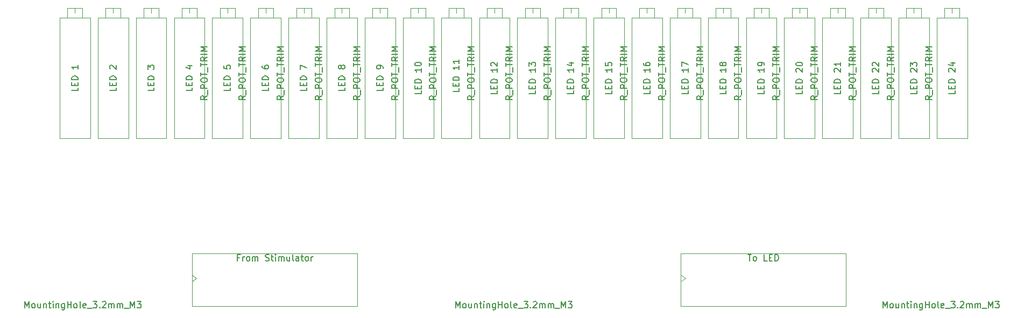
<source format=gbr>
G04 #@! TF.GenerationSoftware,KiCad,Pcbnew,(5.0.0)*
G04 #@! TF.CreationDate,2019-02-27T09:15:49+01:00*
G04 #@! TF.ProjectId,Potentiometer_mount_24LED,506F74656E74696F6D657465725F6D6F,rev?*
G04 #@! TF.SameCoordinates,Original*
G04 #@! TF.FileFunction,Other,Fab,Top*
%FSLAX46Y46*%
G04 Gerber Fmt 4.6, Leading zero omitted, Abs format (unit mm)*
G04 Created by KiCad (PCBNEW (5.0.0)) date 02/27/19 09:15:49*
%MOMM*%
%LPD*%
G01*
G04 APERTURE LIST*
%ADD10C,0.100000*%
%ADD11C,0.150000*%
G04 APERTURE END LIST*
D10*
G04 #@! TO.C,LED 1*
X21270000Y-42480000D02*
X21270000Y-43240000D01*
X22450000Y-44000000D02*
X22450000Y-42480000D01*
X20090000Y-44000000D02*
X22450000Y-44000000D01*
X20090000Y-42480000D02*
X20090000Y-44000000D01*
X22450000Y-42480000D02*
X20090000Y-42480000D01*
X23670000Y-63000000D02*
X23670000Y-44000000D01*
X18870000Y-63000000D02*
X23670000Y-63000000D01*
X18870000Y-44000000D02*
X18870000Y-63000000D01*
X23670000Y-44000000D02*
X18870000Y-44000000D01*
G04 #@! TO.C,LED 2*
X29670000Y-44000000D02*
X24870000Y-44000000D01*
X24870000Y-44000000D02*
X24870000Y-63000000D01*
X24870000Y-63000000D02*
X29670000Y-63000000D01*
X29670000Y-63000000D02*
X29670000Y-44000000D01*
X28450000Y-42480000D02*
X26090000Y-42480000D01*
X26090000Y-42480000D02*
X26090000Y-44000000D01*
X26090000Y-44000000D02*
X28450000Y-44000000D01*
X28450000Y-44000000D02*
X28450000Y-42480000D01*
X27270000Y-42480000D02*
X27270000Y-43240000D01*
G04 #@! TO.C,LED 3*
X33270000Y-42480000D02*
X33270000Y-43240000D01*
X34450000Y-44000000D02*
X34450000Y-42480000D01*
X32090000Y-44000000D02*
X34450000Y-44000000D01*
X32090000Y-42480000D02*
X32090000Y-44000000D01*
X34450000Y-42480000D02*
X32090000Y-42480000D01*
X35670000Y-63000000D02*
X35670000Y-44000000D01*
X30870000Y-63000000D02*
X35670000Y-63000000D01*
X30870000Y-44000000D02*
X30870000Y-63000000D01*
X35670000Y-44000000D02*
X30870000Y-44000000D01*
G04 #@! TO.C,LED 4*
X41670000Y-44000000D02*
X36870000Y-44000000D01*
X36870000Y-44000000D02*
X36870000Y-63000000D01*
X36870000Y-63000000D02*
X41670000Y-63000000D01*
X41670000Y-63000000D02*
X41670000Y-44000000D01*
X40450000Y-42480000D02*
X38090000Y-42480000D01*
X38090000Y-42480000D02*
X38090000Y-44000000D01*
X38090000Y-44000000D02*
X40450000Y-44000000D01*
X40450000Y-44000000D02*
X40450000Y-42480000D01*
X39270000Y-42480000D02*
X39270000Y-43240000D01*
G04 #@! TO.C,From Stimulator*
X40407107Y-85000000D02*
X39700000Y-84500000D01*
X39700000Y-85500000D02*
X40407107Y-85000000D01*
X65700000Y-81100000D02*
X39700000Y-81100000D01*
X65700000Y-89400000D02*
X65700000Y-81100000D01*
X39700000Y-89400000D02*
X65700000Y-89400000D01*
X39700000Y-81100000D02*
X39700000Y-89400000D01*
G04 #@! TO.C,To LED*
X116600000Y-81100000D02*
X116600000Y-89400000D01*
X116600000Y-89400000D02*
X142600000Y-89400000D01*
X142600000Y-89400000D02*
X142600000Y-81100000D01*
X142600000Y-81100000D02*
X116600000Y-81100000D01*
X116600000Y-85500000D02*
X117307107Y-85000000D01*
X117307107Y-85000000D02*
X116600000Y-84500000D01*
G04 #@! TO.C,LED 5*
X47670000Y-44000000D02*
X42870000Y-44000000D01*
X42870000Y-44000000D02*
X42870000Y-63000000D01*
X42870000Y-63000000D02*
X47670000Y-63000000D01*
X47670000Y-63000000D02*
X47670000Y-44000000D01*
X46450000Y-42480000D02*
X44090000Y-42480000D01*
X44090000Y-42480000D02*
X44090000Y-44000000D01*
X44090000Y-44000000D02*
X46450000Y-44000000D01*
X46450000Y-44000000D02*
X46450000Y-42480000D01*
X45270000Y-42480000D02*
X45270000Y-43240000D01*
G04 #@! TO.C,LED 6*
X51270000Y-42480000D02*
X51270000Y-43240000D01*
X52450000Y-44000000D02*
X52450000Y-42480000D01*
X50090000Y-44000000D02*
X52450000Y-44000000D01*
X50090000Y-42480000D02*
X50090000Y-44000000D01*
X52450000Y-42480000D02*
X50090000Y-42480000D01*
X53670000Y-63000000D02*
X53670000Y-44000000D01*
X48870000Y-63000000D02*
X53670000Y-63000000D01*
X48870000Y-44000000D02*
X48870000Y-63000000D01*
X53670000Y-44000000D02*
X48870000Y-44000000D01*
G04 #@! TO.C,LED 7*
X59670000Y-44000000D02*
X54870000Y-44000000D01*
X54870000Y-44000000D02*
X54870000Y-63000000D01*
X54870000Y-63000000D02*
X59670000Y-63000000D01*
X59670000Y-63000000D02*
X59670000Y-44000000D01*
X58450000Y-42480000D02*
X56090000Y-42480000D01*
X56090000Y-42480000D02*
X56090000Y-44000000D01*
X56090000Y-44000000D02*
X58450000Y-44000000D01*
X58450000Y-44000000D02*
X58450000Y-42480000D01*
X57270000Y-42480000D02*
X57270000Y-43240000D01*
G04 #@! TO.C,LED 8*
X63270000Y-42480000D02*
X63270000Y-43240000D01*
X64450000Y-44000000D02*
X64450000Y-42480000D01*
X62090000Y-44000000D02*
X64450000Y-44000000D01*
X62090000Y-42480000D02*
X62090000Y-44000000D01*
X64450000Y-42480000D02*
X62090000Y-42480000D01*
X65670000Y-63000000D02*
X65670000Y-44000000D01*
X60870000Y-63000000D02*
X65670000Y-63000000D01*
X60870000Y-44000000D02*
X60870000Y-63000000D01*
X65670000Y-44000000D02*
X60870000Y-44000000D01*
G04 #@! TO.C,LED 9*
X71670000Y-44000000D02*
X66870000Y-44000000D01*
X66870000Y-44000000D02*
X66870000Y-63000000D01*
X66870000Y-63000000D02*
X71670000Y-63000000D01*
X71670000Y-63000000D02*
X71670000Y-44000000D01*
X70450000Y-42480000D02*
X68090000Y-42480000D01*
X68090000Y-42480000D02*
X68090000Y-44000000D01*
X68090000Y-44000000D02*
X70450000Y-44000000D01*
X70450000Y-44000000D02*
X70450000Y-42480000D01*
X69270000Y-42480000D02*
X69270000Y-43240000D01*
G04 #@! TO.C,LED 10*
X75270000Y-42480000D02*
X75270000Y-43240000D01*
X76450000Y-44000000D02*
X76450000Y-42480000D01*
X74090000Y-44000000D02*
X76450000Y-44000000D01*
X74090000Y-42480000D02*
X74090000Y-44000000D01*
X76450000Y-42480000D02*
X74090000Y-42480000D01*
X77670000Y-63000000D02*
X77670000Y-44000000D01*
X72870000Y-63000000D02*
X77670000Y-63000000D01*
X72870000Y-44000000D02*
X72870000Y-63000000D01*
X77670000Y-44000000D02*
X72870000Y-44000000D01*
G04 #@! TO.C, LED 11*
X83670000Y-44000000D02*
X78870000Y-44000000D01*
X78870000Y-44000000D02*
X78870000Y-63000000D01*
X78870000Y-63000000D02*
X83670000Y-63000000D01*
X83670000Y-63000000D02*
X83670000Y-44000000D01*
X82450000Y-42480000D02*
X80090000Y-42480000D01*
X80090000Y-42480000D02*
X80090000Y-44000000D01*
X80090000Y-44000000D02*
X82450000Y-44000000D01*
X82450000Y-44000000D02*
X82450000Y-42480000D01*
X81270000Y-42480000D02*
X81270000Y-43240000D01*
G04 #@! TO.C,LED 12*
X89670000Y-44000000D02*
X84870000Y-44000000D01*
X84870000Y-44000000D02*
X84870000Y-63000000D01*
X84870000Y-63000000D02*
X89670000Y-63000000D01*
X89670000Y-63000000D02*
X89670000Y-44000000D01*
X88450000Y-42480000D02*
X86090000Y-42480000D01*
X86090000Y-42480000D02*
X86090000Y-44000000D01*
X86090000Y-44000000D02*
X88450000Y-44000000D01*
X88450000Y-44000000D02*
X88450000Y-42480000D01*
X87270000Y-42480000D02*
X87270000Y-43240000D01*
G04 #@! TO.C,LED 13*
X95670000Y-44000000D02*
X90870000Y-44000000D01*
X90870000Y-44000000D02*
X90870000Y-63000000D01*
X90870000Y-63000000D02*
X95670000Y-63000000D01*
X95670000Y-63000000D02*
X95670000Y-44000000D01*
X94450000Y-42480000D02*
X92090000Y-42480000D01*
X92090000Y-42480000D02*
X92090000Y-44000000D01*
X92090000Y-44000000D02*
X94450000Y-44000000D01*
X94450000Y-44000000D02*
X94450000Y-42480000D01*
X93270000Y-42480000D02*
X93270000Y-43240000D01*
G04 #@! TO.C,LED 14*
X99270000Y-42480000D02*
X99270000Y-43240000D01*
X100450000Y-44000000D02*
X100450000Y-42480000D01*
X98090000Y-44000000D02*
X100450000Y-44000000D01*
X98090000Y-42480000D02*
X98090000Y-44000000D01*
X100450000Y-42480000D02*
X98090000Y-42480000D01*
X101670000Y-63000000D02*
X101670000Y-44000000D01*
X96870000Y-63000000D02*
X101670000Y-63000000D01*
X96870000Y-44000000D02*
X96870000Y-63000000D01*
X101670000Y-44000000D02*
X96870000Y-44000000D01*
G04 #@! TO.C,LED 15*
X107670000Y-44000000D02*
X102870000Y-44000000D01*
X102870000Y-44000000D02*
X102870000Y-63000000D01*
X102870000Y-63000000D02*
X107670000Y-63000000D01*
X107670000Y-63000000D02*
X107670000Y-44000000D01*
X106450000Y-42480000D02*
X104090000Y-42480000D01*
X104090000Y-42480000D02*
X104090000Y-44000000D01*
X104090000Y-44000000D02*
X106450000Y-44000000D01*
X106450000Y-44000000D02*
X106450000Y-42480000D01*
X105270000Y-42480000D02*
X105270000Y-43240000D01*
G04 #@! TO.C,LED 16*
X111270000Y-42480000D02*
X111270000Y-43240000D01*
X112450000Y-44000000D02*
X112450000Y-42480000D01*
X110090000Y-44000000D02*
X112450000Y-44000000D01*
X110090000Y-42480000D02*
X110090000Y-44000000D01*
X112450000Y-42480000D02*
X110090000Y-42480000D01*
X113670000Y-63000000D02*
X113670000Y-44000000D01*
X108870000Y-63000000D02*
X113670000Y-63000000D01*
X108870000Y-44000000D02*
X108870000Y-63000000D01*
X113670000Y-44000000D02*
X108870000Y-44000000D01*
G04 #@! TO.C,LED 17*
X119670000Y-44000000D02*
X114870000Y-44000000D01*
X114870000Y-44000000D02*
X114870000Y-63000000D01*
X114870000Y-63000000D02*
X119670000Y-63000000D01*
X119670000Y-63000000D02*
X119670000Y-44000000D01*
X118450000Y-42480000D02*
X116090000Y-42480000D01*
X116090000Y-42480000D02*
X116090000Y-44000000D01*
X116090000Y-44000000D02*
X118450000Y-44000000D01*
X118450000Y-44000000D02*
X118450000Y-42480000D01*
X117270000Y-42480000D02*
X117270000Y-43240000D01*
G04 #@! TO.C,LED 18*
X123270000Y-42480000D02*
X123270000Y-43240000D01*
X124450000Y-44000000D02*
X124450000Y-42480000D01*
X122090000Y-44000000D02*
X124450000Y-44000000D01*
X122090000Y-42480000D02*
X122090000Y-44000000D01*
X124450000Y-42480000D02*
X122090000Y-42480000D01*
X125670000Y-63000000D02*
X125670000Y-44000000D01*
X120870000Y-63000000D02*
X125670000Y-63000000D01*
X120870000Y-44000000D02*
X120870000Y-63000000D01*
X125670000Y-44000000D02*
X120870000Y-44000000D01*
G04 #@! TO.C,LED 19*
X131670000Y-44000000D02*
X126870000Y-44000000D01*
X126870000Y-44000000D02*
X126870000Y-63000000D01*
X126870000Y-63000000D02*
X131670000Y-63000000D01*
X131670000Y-63000000D02*
X131670000Y-44000000D01*
X130450000Y-42480000D02*
X128090000Y-42480000D01*
X128090000Y-42480000D02*
X128090000Y-44000000D01*
X128090000Y-44000000D02*
X130450000Y-44000000D01*
X130450000Y-44000000D02*
X130450000Y-42480000D01*
X129270000Y-42480000D02*
X129270000Y-43240000D01*
G04 #@! TO.C,LED 20*
X135270000Y-42480000D02*
X135270000Y-43240000D01*
X136450000Y-44000000D02*
X136450000Y-42480000D01*
X134090000Y-44000000D02*
X136450000Y-44000000D01*
X134090000Y-42480000D02*
X134090000Y-44000000D01*
X136450000Y-42480000D02*
X134090000Y-42480000D01*
X137670000Y-63000000D02*
X137670000Y-44000000D01*
X132870000Y-63000000D02*
X137670000Y-63000000D01*
X132870000Y-44000000D02*
X132870000Y-63000000D01*
X137670000Y-44000000D02*
X132870000Y-44000000D01*
G04 #@! TO.C,LED 21*
X143670000Y-44000000D02*
X138870000Y-44000000D01*
X138870000Y-44000000D02*
X138870000Y-63000000D01*
X138870000Y-63000000D02*
X143670000Y-63000000D01*
X143670000Y-63000000D02*
X143670000Y-44000000D01*
X142450000Y-42480000D02*
X140090000Y-42480000D01*
X140090000Y-42480000D02*
X140090000Y-44000000D01*
X140090000Y-44000000D02*
X142450000Y-44000000D01*
X142450000Y-44000000D02*
X142450000Y-42480000D01*
X141270000Y-42480000D02*
X141270000Y-43240000D01*
G04 #@! TO.C,LED 22*
X147270000Y-42480000D02*
X147270000Y-43240000D01*
X148450000Y-44000000D02*
X148450000Y-42480000D01*
X146090000Y-44000000D02*
X148450000Y-44000000D01*
X146090000Y-42480000D02*
X146090000Y-44000000D01*
X148450000Y-42480000D02*
X146090000Y-42480000D01*
X149670000Y-63000000D02*
X149670000Y-44000000D01*
X144870000Y-63000000D02*
X149670000Y-63000000D01*
X144870000Y-44000000D02*
X144870000Y-63000000D01*
X149670000Y-44000000D02*
X144870000Y-44000000D01*
G04 #@! TO.C,LED 23*
X155670000Y-44000000D02*
X150870000Y-44000000D01*
X150870000Y-44000000D02*
X150870000Y-63000000D01*
X150870000Y-63000000D02*
X155670000Y-63000000D01*
X155670000Y-63000000D02*
X155670000Y-44000000D01*
X154450000Y-42480000D02*
X152090000Y-42480000D01*
X152090000Y-42480000D02*
X152090000Y-44000000D01*
X152090000Y-44000000D02*
X154450000Y-44000000D01*
X154450000Y-44000000D02*
X154450000Y-42480000D01*
X153270000Y-42480000D02*
X153270000Y-43240000D01*
G04 #@! TO.C,LED 24*
X159270000Y-42480000D02*
X159270000Y-43240000D01*
X160450000Y-44000000D02*
X160450000Y-42480000D01*
X158090000Y-44000000D02*
X160450000Y-44000000D01*
X158090000Y-42480000D02*
X158090000Y-44000000D01*
X160450000Y-42480000D02*
X158090000Y-42480000D01*
X161670000Y-63000000D02*
X161670000Y-44000000D01*
X156870000Y-63000000D02*
X161670000Y-63000000D01*
X156870000Y-44000000D02*
X156870000Y-63000000D01*
X161670000Y-44000000D02*
X156870000Y-44000000D01*
G04 #@! TD*
G04 #@! TO.C,*
D11*
X148380952Y-89652380D02*
X148380952Y-88652380D01*
X148714285Y-89366666D01*
X149047619Y-88652380D01*
X149047619Y-89652380D01*
X149666666Y-89652380D02*
X149571428Y-89604761D01*
X149523809Y-89557142D01*
X149476190Y-89461904D01*
X149476190Y-89176190D01*
X149523809Y-89080952D01*
X149571428Y-89033333D01*
X149666666Y-88985714D01*
X149809523Y-88985714D01*
X149904761Y-89033333D01*
X149952380Y-89080952D01*
X150000000Y-89176190D01*
X150000000Y-89461904D01*
X149952380Y-89557142D01*
X149904761Y-89604761D01*
X149809523Y-89652380D01*
X149666666Y-89652380D01*
X150857142Y-88985714D02*
X150857142Y-89652380D01*
X150428571Y-88985714D02*
X150428571Y-89509523D01*
X150476190Y-89604761D01*
X150571428Y-89652380D01*
X150714285Y-89652380D01*
X150809523Y-89604761D01*
X150857142Y-89557142D01*
X151333333Y-88985714D02*
X151333333Y-89652380D01*
X151333333Y-89080952D02*
X151380952Y-89033333D01*
X151476190Y-88985714D01*
X151619047Y-88985714D01*
X151714285Y-89033333D01*
X151761904Y-89128571D01*
X151761904Y-89652380D01*
X152095238Y-88985714D02*
X152476190Y-88985714D01*
X152238095Y-88652380D02*
X152238095Y-89509523D01*
X152285714Y-89604761D01*
X152380952Y-89652380D01*
X152476190Y-89652380D01*
X152809523Y-89652380D02*
X152809523Y-88985714D01*
X152809523Y-88652380D02*
X152761904Y-88700000D01*
X152809523Y-88747619D01*
X152857142Y-88700000D01*
X152809523Y-88652380D01*
X152809523Y-88747619D01*
X153285714Y-88985714D02*
X153285714Y-89652380D01*
X153285714Y-89080952D02*
X153333333Y-89033333D01*
X153428571Y-88985714D01*
X153571428Y-88985714D01*
X153666666Y-89033333D01*
X153714285Y-89128571D01*
X153714285Y-89652380D01*
X154619047Y-88985714D02*
X154619047Y-89795238D01*
X154571428Y-89890476D01*
X154523809Y-89938095D01*
X154428571Y-89985714D01*
X154285714Y-89985714D01*
X154190476Y-89938095D01*
X154619047Y-89604761D02*
X154523809Y-89652380D01*
X154333333Y-89652380D01*
X154238095Y-89604761D01*
X154190476Y-89557142D01*
X154142857Y-89461904D01*
X154142857Y-89176190D01*
X154190476Y-89080952D01*
X154238095Y-89033333D01*
X154333333Y-88985714D01*
X154523809Y-88985714D01*
X154619047Y-89033333D01*
X155095238Y-89652380D02*
X155095238Y-88652380D01*
X155095238Y-89128571D02*
X155666666Y-89128571D01*
X155666666Y-89652380D02*
X155666666Y-88652380D01*
X156285714Y-89652380D02*
X156190476Y-89604761D01*
X156142857Y-89557142D01*
X156095238Y-89461904D01*
X156095238Y-89176190D01*
X156142857Y-89080952D01*
X156190476Y-89033333D01*
X156285714Y-88985714D01*
X156428571Y-88985714D01*
X156523809Y-89033333D01*
X156571428Y-89080952D01*
X156619047Y-89176190D01*
X156619047Y-89461904D01*
X156571428Y-89557142D01*
X156523809Y-89604761D01*
X156428571Y-89652380D01*
X156285714Y-89652380D01*
X157190476Y-89652380D02*
X157095238Y-89604761D01*
X157047619Y-89509523D01*
X157047619Y-88652380D01*
X157952380Y-89604761D02*
X157857142Y-89652380D01*
X157666666Y-89652380D01*
X157571428Y-89604761D01*
X157523809Y-89509523D01*
X157523809Y-89128571D01*
X157571428Y-89033333D01*
X157666666Y-88985714D01*
X157857142Y-88985714D01*
X157952380Y-89033333D01*
X158000000Y-89128571D01*
X158000000Y-89223809D01*
X157523809Y-89319047D01*
X158190476Y-89747619D02*
X158952380Y-89747619D01*
X159095238Y-88652380D02*
X159714285Y-88652380D01*
X159380952Y-89033333D01*
X159523809Y-89033333D01*
X159619047Y-89080952D01*
X159666666Y-89128571D01*
X159714285Y-89223809D01*
X159714285Y-89461904D01*
X159666666Y-89557142D01*
X159619047Y-89604761D01*
X159523809Y-89652380D01*
X159238095Y-89652380D01*
X159142857Y-89604761D01*
X159095238Y-89557142D01*
X160142857Y-89557142D02*
X160190476Y-89604761D01*
X160142857Y-89652380D01*
X160095238Y-89604761D01*
X160142857Y-89557142D01*
X160142857Y-89652380D01*
X160571428Y-88747619D02*
X160619047Y-88700000D01*
X160714285Y-88652380D01*
X160952380Y-88652380D01*
X161047619Y-88700000D01*
X161095238Y-88747619D01*
X161142857Y-88842857D01*
X161142857Y-88938095D01*
X161095238Y-89080952D01*
X160523809Y-89652380D01*
X161142857Y-89652380D01*
X161571428Y-89652380D02*
X161571428Y-88985714D01*
X161571428Y-89080952D02*
X161619047Y-89033333D01*
X161714285Y-88985714D01*
X161857142Y-88985714D01*
X161952380Y-89033333D01*
X162000000Y-89128571D01*
X162000000Y-89652380D01*
X162000000Y-89128571D02*
X162047619Y-89033333D01*
X162142857Y-88985714D01*
X162285714Y-88985714D01*
X162380952Y-89033333D01*
X162428571Y-89128571D01*
X162428571Y-89652380D01*
X162904761Y-89652380D02*
X162904761Y-88985714D01*
X162904761Y-89080952D02*
X162952380Y-89033333D01*
X163047619Y-88985714D01*
X163190476Y-88985714D01*
X163285714Y-89033333D01*
X163333333Y-89128571D01*
X163333333Y-89652380D01*
X163333333Y-89128571D02*
X163380952Y-89033333D01*
X163476190Y-88985714D01*
X163619047Y-88985714D01*
X163714285Y-89033333D01*
X163761904Y-89128571D01*
X163761904Y-89652380D01*
X164000000Y-89747619D02*
X164761904Y-89747619D01*
X165000000Y-89652380D02*
X165000000Y-88652380D01*
X165333333Y-89366666D01*
X165666666Y-88652380D01*
X165666666Y-89652380D01*
X166047619Y-88652380D02*
X166666666Y-88652380D01*
X166333333Y-89033333D01*
X166476190Y-89033333D01*
X166571428Y-89080952D01*
X166619047Y-89128571D01*
X166666666Y-89223809D01*
X166666666Y-89461904D01*
X166619047Y-89557142D01*
X166571428Y-89604761D01*
X166476190Y-89652380D01*
X166190476Y-89652380D01*
X166095238Y-89604761D01*
X166047619Y-89557142D01*
X81180952Y-89652380D02*
X81180952Y-88652380D01*
X81514285Y-89366666D01*
X81847619Y-88652380D01*
X81847619Y-89652380D01*
X82466666Y-89652380D02*
X82371428Y-89604761D01*
X82323809Y-89557142D01*
X82276190Y-89461904D01*
X82276190Y-89176190D01*
X82323809Y-89080952D01*
X82371428Y-89033333D01*
X82466666Y-88985714D01*
X82609523Y-88985714D01*
X82704761Y-89033333D01*
X82752380Y-89080952D01*
X82799999Y-89176190D01*
X82799999Y-89461904D01*
X82752380Y-89557142D01*
X82704761Y-89604761D01*
X82609523Y-89652380D01*
X82466666Y-89652380D01*
X83657142Y-88985714D02*
X83657142Y-89652380D01*
X83228571Y-88985714D02*
X83228571Y-89509523D01*
X83276190Y-89604761D01*
X83371428Y-89652380D01*
X83514285Y-89652380D01*
X83609523Y-89604761D01*
X83657142Y-89557142D01*
X84133333Y-88985714D02*
X84133333Y-89652380D01*
X84133333Y-89080952D02*
X84180952Y-89033333D01*
X84276190Y-88985714D01*
X84419047Y-88985714D01*
X84514285Y-89033333D01*
X84561904Y-89128571D01*
X84561904Y-89652380D01*
X84895238Y-88985714D02*
X85276190Y-88985714D01*
X85038095Y-88652380D02*
X85038095Y-89509523D01*
X85085714Y-89604761D01*
X85180952Y-89652380D01*
X85276190Y-89652380D01*
X85609523Y-89652380D02*
X85609523Y-88985714D01*
X85609523Y-88652380D02*
X85561904Y-88700000D01*
X85609523Y-88747619D01*
X85657142Y-88700000D01*
X85609523Y-88652380D01*
X85609523Y-88747619D01*
X86085714Y-88985714D02*
X86085714Y-89652380D01*
X86085714Y-89080952D02*
X86133333Y-89033333D01*
X86228571Y-88985714D01*
X86371428Y-88985714D01*
X86466666Y-89033333D01*
X86514285Y-89128571D01*
X86514285Y-89652380D01*
X87419047Y-88985714D02*
X87419047Y-89795238D01*
X87371428Y-89890476D01*
X87323809Y-89938095D01*
X87228571Y-89985714D01*
X87085714Y-89985714D01*
X86990476Y-89938095D01*
X87419047Y-89604761D02*
X87323809Y-89652380D01*
X87133333Y-89652380D01*
X87038095Y-89604761D01*
X86990476Y-89557142D01*
X86942857Y-89461904D01*
X86942857Y-89176190D01*
X86990476Y-89080952D01*
X87038095Y-89033333D01*
X87133333Y-88985714D01*
X87323809Y-88985714D01*
X87419047Y-89033333D01*
X87895238Y-89652380D02*
X87895238Y-88652380D01*
X87895238Y-89128571D02*
X88466666Y-89128571D01*
X88466666Y-89652380D02*
X88466666Y-88652380D01*
X89085714Y-89652380D02*
X88990476Y-89604761D01*
X88942857Y-89557142D01*
X88895238Y-89461904D01*
X88895238Y-89176190D01*
X88942857Y-89080952D01*
X88990476Y-89033333D01*
X89085714Y-88985714D01*
X89228571Y-88985714D01*
X89323809Y-89033333D01*
X89371428Y-89080952D01*
X89419047Y-89176190D01*
X89419047Y-89461904D01*
X89371428Y-89557142D01*
X89323809Y-89604761D01*
X89228571Y-89652380D01*
X89085714Y-89652380D01*
X89990476Y-89652380D02*
X89895238Y-89604761D01*
X89847619Y-89509523D01*
X89847619Y-88652380D01*
X90752380Y-89604761D02*
X90657142Y-89652380D01*
X90466666Y-89652380D01*
X90371428Y-89604761D01*
X90323809Y-89509523D01*
X90323809Y-89128571D01*
X90371428Y-89033333D01*
X90466666Y-88985714D01*
X90657142Y-88985714D01*
X90752380Y-89033333D01*
X90799999Y-89128571D01*
X90799999Y-89223809D01*
X90323809Y-89319047D01*
X90990476Y-89747619D02*
X91752380Y-89747619D01*
X91895238Y-88652380D02*
X92514285Y-88652380D01*
X92180952Y-89033333D01*
X92323809Y-89033333D01*
X92419047Y-89080952D01*
X92466666Y-89128571D01*
X92514285Y-89223809D01*
X92514285Y-89461904D01*
X92466666Y-89557142D01*
X92419047Y-89604761D01*
X92323809Y-89652380D01*
X92038095Y-89652380D01*
X91942857Y-89604761D01*
X91895238Y-89557142D01*
X92942857Y-89557142D02*
X92990476Y-89604761D01*
X92942857Y-89652380D01*
X92895238Y-89604761D01*
X92942857Y-89557142D01*
X92942857Y-89652380D01*
X93371428Y-88747619D02*
X93419047Y-88700000D01*
X93514285Y-88652380D01*
X93752380Y-88652380D01*
X93847619Y-88700000D01*
X93895238Y-88747619D01*
X93942857Y-88842857D01*
X93942857Y-88938095D01*
X93895238Y-89080952D01*
X93323809Y-89652380D01*
X93942857Y-89652380D01*
X94371428Y-89652380D02*
X94371428Y-88985714D01*
X94371428Y-89080952D02*
X94419047Y-89033333D01*
X94514285Y-88985714D01*
X94657142Y-88985714D01*
X94752380Y-89033333D01*
X94799999Y-89128571D01*
X94799999Y-89652380D01*
X94799999Y-89128571D02*
X94847619Y-89033333D01*
X94942857Y-88985714D01*
X95085714Y-88985714D01*
X95180952Y-89033333D01*
X95228571Y-89128571D01*
X95228571Y-89652380D01*
X95704761Y-89652380D02*
X95704761Y-88985714D01*
X95704761Y-89080952D02*
X95752380Y-89033333D01*
X95847619Y-88985714D01*
X95990476Y-88985714D01*
X96085714Y-89033333D01*
X96133333Y-89128571D01*
X96133333Y-89652380D01*
X96133333Y-89128571D02*
X96180952Y-89033333D01*
X96276190Y-88985714D01*
X96419047Y-88985714D01*
X96514285Y-89033333D01*
X96561904Y-89128571D01*
X96561904Y-89652380D01*
X96799999Y-89747619D02*
X97561904Y-89747619D01*
X97799999Y-89652380D02*
X97799999Y-88652380D01*
X98133333Y-89366666D01*
X98466666Y-88652380D01*
X98466666Y-89652380D01*
X98847619Y-88652380D02*
X99466666Y-88652380D01*
X99133333Y-89033333D01*
X99276190Y-89033333D01*
X99371428Y-89080952D01*
X99419047Y-89128571D01*
X99466666Y-89223809D01*
X99466666Y-89461904D01*
X99419047Y-89557142D01*
X99371428Y-89604761D01*
X99276190Y-89652380D01*
X98990476Y-89652380D01*
X98895238Y-89604761D01*
X98847619Y-89557142D01*
G04 #@! TO.C,LED 1*
X21722380Y-55000000D02*
X21722380Y-55476190D01*
X20722380Y-55476190D01*
X21198571Y-54666666D02*
X21198571Y-54333333D01*
X21722380Y-54190476D02*
X21722380Y-54666666D01*
X20722380Y-54666666D01*
X20722380Y-54190476D01*
X21722380Y-53761904D02*
X20722380Y-53761904D01*
X20722380Y-53523809D01*
X20770000Y-53380952D01*
X20865238Y-53285714D01*
X20960476Y-53238095D01*
X21150952Y-53190476D01*
X21293809Y-53190476D01*
X21484285Y-53238095D01*
X21579523Y-53285714D01*
X21674761Y-53380952D01*
X21722380Y-53523809D01*
X21722380Y-53761904D01*
X21722380Y-51476190D02*
X21722380Y-52047619D01*
X21722380Y-51761904D02*
X20722380Y-51761904D01*
X20865238Y-51857142D01*
X20960476Y-51952380D01*
X21008095Y-52047619D01*
G04 #@! TO.C,LED 2*
X27722380Y-55000000D02*
X27722380Y-55476190D01*
X26722380Y-55476190D01*
X27198571Y-54666666D02*
X27198571Y-54333333D01*
X27722380Y-54190476D02*
X27722380Y-54666666D01*
X26722380Y-54666666D01*
X26722380Y-54190476D01*
X27722380Y-53761904D02*
X26722380Y-53761904D01*
X26722380Y-53523809D01*
X26770000Y-53380952D01*
X26865238Y-53285714D01*
X26960476Y-53238095D01*
X27150952Y-53190476D01*
X27293809Y-53190476D01*
X27484285Y-53238095D01*
X27579523Y-53285714D01*
X27674761Y-53380952D01*
X27722380Y-53523809D01*
X27722380Y-53761904D01*
X26817619Y-52047619D02*
X26770000Y-52000000D01*
X26722380Y-51904761D01*
X26722380Y-51666666D01*
X26770000Y-51571428D01*
X26817619Y-51523809D01*
X26912857Y-51476190D01*
X27008095Y-51476190D01*
X27150952Y-51523809D01*
X27722380Y-52095238D01*
X27722380Y-51476190D01*
G04 #@! TO.C,LED 3*
X33722380Y-55000000D02*
X33722380Y-55476190D01*
X32722380Y-55476190D01*
X33198571Y-54666666D02*
X33198571Y-54333333D01*
X33722380Y-54190476D02*
X33722380Y-54666666D01*
X32722380Y-54666666D01*
X32722380Y-54190476D01*
X33722380Y-53761904D02*
X32722380Y-53761904D01*
X32722380Y-53523809D01*
X32770000Y-53380952D01*
X32865238Y-53285714D01*
X32960476Y-53238095D01*
X33150952Y-53190476D01*
X33293809Y-53190476D01*
X33484285Y-53238095D01*
X33579523Y-53285714D01*
X33674761Y-53380952D01*
X33722380Y-53523809D01*
X33722380Y-53761904D01*
X32722380Y-52095238D02*
X32722380Y-51476190D01*
X33103333Y-51809523D01*
X33103333Y-51666666D01*
X33150952Y-51571428D01*
X33198571Y-51523809D01*
X33293809Y-51476190D01*
X33531904Y-51476190D01*
X33627142Y-51523809D01*
X33674761Y-51571428D01*
X33722380Y-51666666D01*
X33722380Y-51952380D01*
X33674761Y-52047619D01*
X33627142Y-52095238D01*
G04 #@! TO.C,LED 4*
X39722380Y-55000000D02*
X39722380Y-55476190D01*
X38722380Y-55476190D01*
X39198571Y-54666666D02*
X39198571Y-54333333D01*
X39722380Y-54190476D02*
X39722380Y-54666666D01*
X38722380Y-54666666D01*
X38722380Y-54190476D01*
X39722380Y-53761904D02*
X38722380Y-53761904D01*
X38722380Y-53523809D01*
X38770000Y-53380952D01*
X38865238Y-53285714D01*
X38960476Y-53238095D01*
X39150952Y-53190476D01*
X39293809Y-53190476D01*
X39484285Y-53238095D01*
X39579523Y-53285714D01*
X39674761Y-53380952D01*
X39722380Y-53523809D01*
X39722380Y-53761904D01*
X39055714Y-51571428D02*
X39722380Y-51571428D01*
X38674761Y-51809523D02*
X39389047Y-52047619D01*
X39389047Y-51428571D01*
G04 #@! TO.C,From Stimulator*
X47152380Y-81728571D02*
X46819047Y-81728571D01*
X46819047Y-82252380D02*
X46819047Y-81252380D01*
X47295238Y-81252380D01*
X47676190Y-82252380D02*
X47676190Y-81585714D01*
X47676190Y-81776190D02*
X47723809Y-81680952D01*
X47771428Y-81633333D01*
X47866666Y-81585714D01*
X47961904Y-81585714D01*
X48438095Y-82252380D02*
X48342857Y-82204761D01*
X48295238Y-82157142D01*
X48247619Y-82061904D01*
X48247619Y-81776190D01*
X48295238Y-81680952D01*
X48342857Y-81633333D01*
X48438095Y-81585714D01*
X48580952Y-81585714D01*
X48676190Y-81633333D01*
X48723809Y-81680952D01*
X48771428Y-81776190D01*
X48771428Y-82061904D01*
X48723809Y-82157142D01*
X48676190Y-82204761D01*
X48580952Y-82252380D01*
X48438095Y-82252380D01*
X49200000Y-82252380D02*
X49200000Y-81585714D01*
X49200000Y-81680952D02*
X49247619Y-81633333D01*
X49342857Y-81585714D01*
X49485714Y-81585714D01*
X49580952Y-81633333D01*
X49628571Y-81728571D01*
X49628571Y-82252380D01*
X49628571Y-81728571D02*
X49676190Y-81633333D01*
X49771428Y-81585714D01*
X49914285Y-81585714D01*
X50009523Y-81633333D01*
X50057142Y-81728571D01*
X50057142Y-82252380D01*
X51247619Y-82204761D02*
X51390476Y-82252380D01*
X51628571Y-82252380D01*
X51723809Y-82204761D01*
X51771428Y-82157142D01*
X51819047Y-82061904D01*
X51819047Y-81966666D01*
X51771428Y-81871428D01*
X51723809Y-81823809D01*
X51628571Y-81776190D01*
X51438095Y-81728571D01*
X51342857Y-81680952D01*
X51295238Y-81633333D01*
X51247619Y-81538095D01*
X51247619Y-81442857D01*
X51295238Y-81347619D01*
X51342857Y-81300000D01*
X51438095Y-81252380D01*
X51676190Y-81252380D01*
X51819047Y-81300000D01*
X52104761Y-81585714D02*
X52485714Y-81585714D01*
X52247619Y-81252380D02*
X52247619Y-82109523D01*
X52295238Y-82204761D01*
X52390476Y-82252380D01*
X52485714Y-82252380D01*
X52819047Y-82252380D02*
X52819047Y-81585714D01*
X52819047Y-81252380D02*
X52771428Y-81300000D01*
X52819047Y-81347619D01*
X52866666Y-81300000D01*
X52819047Y-81252380D01*
X52819047Y-81347619D01*
X53295238Y-82252380D02*
X53295238Y-81585714D01*
X53295238Y-81680952D02*
X53342857Y-81633333D01*
X53438095Y-81585714D01*
X53580952Y-81585714D01*
X53676190Y-81633333D01*
X53723809Y-81728571D01*
X53723809Y-82252380D01*
X53723809Y-81728571D02*
X53771428Y-81633333D01*
X53866666Y-81585714D01*
X54009523Y-81585714D01*
X54104761Y-81633333D01*
X54152380Y-81728571D01*
X54152380Y-82252380D01*
X55057142Y-81585714D02*
X55057142Y-82252380D01*
X54628571Y-81585714D02*
X54628571Y-82109523D01*
X54676190Y-82204761D01*
X54771428Y-82252380D01*
X54914285Y-82252380D01*
X55009523Y-82204761D01*
X55057142Y-82157142D01*
X55676190Y-82252380D02*
X55580952Y-82204761D01*
X55533333Y-82109523D01*
X55533333Y-81252380D01*
X56485714Y-82252380D02*
X56485714Y-81728571D01*
X56438095Y-81633333D01*
X56342857Y-81585714D01*
X56152380Y-81585714D01*
X56057142Y-81633333D01*
X56485714Y-82204761D02*
X56390476Y-82252380D01*
X56152380Y-82252380D01*
X56057142Y-82204761D01*
X56009523Y-82109523D01*
X56009523Y-82014285D01*
X56057142Y-81919047D01*
X56152380Y-81871428D01*
X56390476Y-81871428D01*
X56485714Y-81823809D01*
X56819047Y-81585714D02*
X57200000Y-81585714D01*
X56961904Y-81252380D02*
X56961904Y-82109523D01*
X57009523Y-82204761D01*
X57104761Y-82252380D01*
X57200000Y-82252380D01*
X57676190Y-82252380D02*
X57580952Y-82204761D01*
X57533333Y-82157142D01*
X57485714Y-82061904D01*
X57485714Y-81776190D01*
X57533333Y-81680952D01*
X57580952Y-81633333D01*
X57676190Y-81585714D01*
X57819047Y-81585714D01*
X57914285Y-81633333D01*
X57961904Y-81680952D01*
X58009523Y-81776190D01*
X58009523Y-82061904D01*
X57961904Y-82157142D01*
X57914285Y-82204761D01*
X57819047Y-82252380D01*
X57676190Y-82252380D01*
X58438095Y-82252380D02*
X58438095Y-81585714D01*
X58438095Y-81776190D02*
X58485714Y-81680952D01*
X58533333Y-81633333D01*
X58628571Y-81585714D01*
X58723809Y-81585714D01*
G04 #@! TO.C,To LED*
X127123809Y-81252380D02*
X127695238Y-81252380D01*
X127409523Y-82252380D02*
X127409523Y-81252380D01*
X128171428Y-82252380D02*
X128076190Y-82204761D01*
X128028571Y-82157142D01*
X127980952Y-82061904D01*
X127980952Y-81776190D01*
X128028571Y-81680952D01*
X128076190Y-81633333D01*
X128171428Y-81585714D01*
X128314285Y-81585714D01*
X128409523Y-81633333D01*
X128457142Y-81680952D01*
X128504761Y-81776190D01*
X128504761Y-82061904D01*
X128457142Y-82157142D01*
X128409523Y-82204761D01*
X128314285Y-82252380D01*
X128171428Y-82252380D01*
X130171428Y-82252380D02*
X129695238Y-82252380D01*
X129695238Y-81252380D01*
X130504761Y-81728571D02*
X130838095Y-81728571D01*
X130980952Y-82252380D02*
X130504761Y-82252380D01*
X130504761Y-81252380D01*
X130980952Y-81252380D01*
X131409523Y-82252380D02*
X131409523Y-81252380D01*
X131647619Y-81252380D01*
X131790476Y-81300000D01*
X131885714Y-81395238D01*
X131933333Y-81490476D01*
X131980952Y-81680952D01*
X131980952Y-81823809D01*
X131933333Y-82014285D01*
X131885714Y-82109523D01*
X131790476Y-82204761D01*
X131647619Y-82252380D01*
X131409523Y-82252380D01*
G04 #@! TO.C,LED 5*
X42072380Y-56287619D02*
X41596190Y-56620952D01*
X42072380Y-56859047D02*
X41072380Y-56859047D01*
X41072380Y-56478095D01*
X41120000Y-56382857D01*
X41167619Y-56335238D01*
X41262857Y-56287619D01*
X41405714Y-56287619D01*
X41500952Y-56335238D01*
X41548571Y-56382857D01*
X41596190Y-56478095D01*
X41596190Y-56859047D01*
X42167619Y-56097142D02*
X42167619Y-55335238D01*
X42072380Y-55097142D02*
X41072380Y-55097142D01*
X41072380Y-54716190D01*
X41120000Y-54620952D01*
X41167619Y-54573333D01*
X41262857Y-54525714D01*
X41405714Y-54525714D01*
X41500952Y-54573333D01*
X41548571Y-54620952D01*
X41596190Y-54716190D01*
X41596190Y-55097142D01*
X41072380Y-53906666D02*
X41072380Y-53716190D01*
X41120000Y-53620952D01*
X41215238Y-53525714D01*
X41405714Y-53478095D01*
X41739047Y-53478095D01*
X41929523Y-53525714D01*
X42024761Y-53620952D01*
X42072380Y-53716190D01*
X42072380Y-53906666D01*
X42024761Y-54001904D01*
X41929523Y-54097142D01*
X41739047Y-54144761D01*
X41405714Y-54144761D01*
X41215238Y-54097142D01*
X41120000Y-54001904D01*
X41072380Y-53906666D01*
X41072380Y-53192380D02*
X41072380Y-52620952D01*
X42072380Y-52906666D02*
X41072380Y-52906666D01*
X42167619Y-52525714D02*
X42167619Y-51763809D01*
X41072380Y-51668571D02*
X41072380Y-51097142D01*
X42072380Y-51382857D02*
X41072380Y-51382857D01*
X42072380Y-50192380D02*
X41596190Y-50525714D01*
X42072380Y-50763809D02*
X41072380Y-50763809D01*
X41072380Y-50382857D01*
X41120000Y-50287619D01*
X41167619Y-50240000D01*
X41262857Y-50192380D01*
X41405714Y-50192380D01*
X41500952Y-50240000D01*
X41548571Y-50287619D01*
X41596190Y-50382857D01*
X41596190Y-50763809D01*
X42072380Y-49763809D02*
X41072380Y-49763809D01*
X42072380Y-49287619D02*
X41072380Y-49287619D01*
X41786666Y-48954285D01*
X41072380Y-48620952D01*
X42072380Y-48620952D01*
X45722380Y-55000000D02*
X45722380Y-55476190D01*
X44722380Y-55476190D01*
X45198571Y-54666666D02*
X45198571Y-54333333D01*
X45722380Y-54190476D02*
X45722380Y-54666666D01*
X44722380Y-54666666D01*
X44722380Y-54190476D01*
X45722380Y-53761904D02*
X44722380Y-53761904D01*
X44722380Y-53523809D01*
X44770000Y-53380952D01*
X44865238Y-53285714D01*
X44960476Y-53238095D01*
X45150952Y-53190476D01*
X45293809Y-53190476D01*
X45484285Y-53238095D01*
X45579523Y-53285714D01*
X45674761Y-53380952D01*
X45722380Y-53523809D01*
X45722380Y-53761904D01*
X44722380Y-51523809D02*
X44722380Y-52000000D01*
X45198571Y-52047619D01*
X45150952Y-52000000D01*
X45103333Y-51904761D01*
X45103333Y-51666666D01*
X45150952Y-51571428D01*
X45198571Y-51523809D01*
X45293809Y-51476190D01*
X45531904Y-51476190D01*
X45627142Y-51523809D01*
X45674761Y-51571428D01*
X45722380Y-51666666D01*
X45722380Y-51904761D01*
X45674761Y-52000000D01*
X45627142Y-52047619D01*
G04 #@! TO.C,LED 6*
X48072380Y-56287619D02*
X47596190Y-56620952D01*
X48072380Y-56859047D02*
X47072380Y-56859047D01*
X47072380Y-56478095D01*
X47120000Y-56382857D01*
X47167619Y-56335238D01*
X47262857Y-56287619D01*
X47405714Y-56287619D01*
X47500952Y-56335238D01*
X47548571Y-56382857D01*
X47596190Y-56478095D01*
X47596190Y-56859047D01*
X48167619Y-56097142D02*
X48167619Y-55335238D01*
X48072380Y-55097142D02*
X47072380Y-55097142D01*
X47072380Y-54716190D01*
X47120000Y-54620952D01*
X47167619Y-54573333D01*
X47262857Y-54525714D01*
X47405714Y-54525714D01*
X47500952Y-54573333D01*
X47548571Y-54620952D01*
X47596190Y-54716190D01*
X47596190Y-55097142D01*
X47072380Y-53906666D02*
X47072380Y-53716190D01*
X47120000Y-53620952D01*
X47215238Y-53525714D01*
X47405714Y-53478095D01*
X47739047Y-53478095D01*
X47929523Y-53525714D01*
X48024761Y-53620952D01*
X48072380Y-53716190D01*
X48072380Y-53906666D01*
X48024761Y-54001904D01*
X47929523Y-54097142D01*
X47739047Y-54144761D01*
X47405714Y-54144761D01*
X47215238Y-54097142D01*
X47120000Y-54001904D01*
X47072380Y-53906666D01*
X47072380Y-53192380D02*
X47072380Y-52620952D01*
X48072380Y-52906666D02*
X47072380Y-52906666D01*
X48167619Y-52525714D02*
X48167619Y-51763809D01*
X47072380Y-51668571D02*
X47072380Y-51097142D01*
X48072380Y-51382857D02*
X47072380Y-51382857D01*
X48072380Y-50192380D02*
X47596190Y-50525714D01*
X48072380Y-50763809D02*
X47072380Y-50763809D01*
X47072380Y-50382857D01*
X47120000Y-50287619D01*
X47167619Y-50240000D01*
X47262857Y-50192380D01*
X47405714Y-50192380D01*
X47500952Y-50240000D01*
X47548571Y-50287619D01*
X47596190Y-50382857D01*
X47596190Y-50763809D01*
X48072380Y-49763809D02*
X47072380Y-49763809D01*
X48072380Y-49287619D02*
X47072380Y-49287619D01*
X47786666Y-48954285D01*
X47072380Y-48620952D01*
X48072380Y-48620952D01*
X51722380Y-55000000D02*
X51722380Y-55476190D01*
X50722380Y-55476190D01*
X51198571Y-54666666D02*
X51198571Y-54333333D01*
X51722380Y-54190476D02*
X51722380Y-54666666D01*
X50722380Y-54666666D01*
X50722380Y-54190476D01*
X51722380Y-53761904D02*
X50722380Y-53761904D01*
X50722380Y-53523809D01*
X50770000Y-53380952D01*
X50865238Y-53285714D01*
X50960476Y-53238095D01*
X51150952Y-53190476D01*
X51293809Y-53190476D01*
X51484285Y-53238095D01*
X51579523Y-53285714D01*
X51674761Y-53380952D01*
X51722380Y-53523809D01*
X51722380Y-53761904D01*
X50722380Y-51571428D02*
X50722380Y-51761904D01*
X50770000Y-51857142D01*
X50817619Y-51904761D01*
X50960476Y-52000000D01*
X51150952Y-52047619D01*
X51531904Y-52047619D01*
X51627142Y-52000000D01*
X51674761Y-51952380D01*
X51722380Y-51857142D01*
X51722380Y-51666666D01*
X51674761Y-51571428D01*
X51627142Y-51523809D01*
X51531904Y-51476190D01*
X51293809Y-51476190D01*
X51198571Y-51523809D01*
X51150952Y-51571428D01*
X51103333Y-51666666D01*
X51103333Y-51857142D01*
X51150952Y-51952380D01*
X51198571Y-52000000D01*
X51293809Y-52047619D01*
G04 #@! TO.C,LED 7*
X54072380Y-56287619D02*
X53596190Y-56620952D01*
X54072380Y-56859047D02*
X53072380Y-56859047D01*
X53072380Y-56478095D01*
X53120000Y-56382857D01*
X53167619Y-56335238D01*
X53262857Y-56287619D01*
X53405714Y-56287619D01*
X53500952Y-56335238D01*
X53548571Y-56382857D01*
X53596190Y-56478095D01*
X53596190Y-56859047D01*
X54167619Y-56097142D02*
X54167619Y-55335238D01*
X54072380Y-55097142D02*
X53072380Y-55097142D01*
X53072380Y-54716190D01*
X53120000Y-54620952D01*
X53167619Y-54573333D01*
X53262857Y-54525714D01*
X53405714Y-54525714D01*
X53500952Y-54573333D01*
X53548571Y-54620952D01*
X53596190Y-54716190D01*
X53596190Y-55097142D01*
X53072380Y-53906666D02*
X53072380Y-53716190D01*
X53120000Y-53620952D01*
X53215238Y-53525714D01*
X53405714Y-53478095D01*
X53739047Y-53478095D01*
X53929523Y-53525714D01*
X54024761Y-53620952D01*
X54072380Y-53716190D01*
X54072380Y-53906666D01*
X54024761Y-54001904D01*
X53929523Y-54097142D01*
X53739047Y-54144761D01*
X53405714Y-54144761D01*
X53215238Y-54097142D01*
X53120000Y-54001904D01*
X53072380Y-53906666D01*
X53072380Y-53192380D02*
X53072380Y-52620952D01*
X54072380Y-52906666D02*
X53072380Y-52906666D01*
X54167619Y-52525714D02*
X54167619Y-51763809D01*
X53072380Y-51668571D02*
X53072380Y-51097142D01*
X54072380Y-51382857D02*
X53072380Y-51382857D01*
X54072380Y-50192380D02*
X53596190Y-50525714D01*
X54072380Y-50763809D02*
X53072380Y-50763809D01*
X53072380Y-50382857D01*
X53120000Y-50287619D01*
X53167619Y-50240000D01*
X53262857Y-50192380D01*
X53405714Y-50192380D01*
X53500952Y-50240000D01*
X53548571Y-50287619D01*
X53596190Y-50382857D01*
X53596190Y-50763809D01*
X54072380Y-49763809D02*
X53072380Y-49763809D01*
X54072380Y-49287619D02*
X53072380Y-49287619D01*
X53786666Y-48954285D01*
X53072380Y-48620952D01*
X54072380Y-48620952D01*
X57722380Y-55000000D02*
X57722380Y-55476190D01*
X56722380Y-55476190D01*
X57198571Y-54666666D02*
X57198571Y-54333333D01*
X57722380Y-54190476D02*
X57722380Y-54666666D01*
X56722380Y-54666666D01*
X56722380Y-54190476D01*
X57722380Y-53761904D02*
X56722380Y-53761904D01*
X56722380Y-53523809D01*
X56770000Y-53380952D01*
X56865238Y-53285714D01*
X56960476Y-53238095D01*
X57150952Y-53190476D01*
X57293809Y-53190476D01*
X57484285Y-53238095D01*
X57579523Y-53285714D01*
X57674761Y-53380952D01*
X57722380Y-53523809D01*
X57722380Y-53761904D01*
X56722380Y-52095238D02*
X56722380Y-51428571D01*
X57722380Y-51857142D01*
G04 #@! TO.C,LED 8*
X60072380Y-56287619D02*
X59596190Y-56620952D01*
X60072380Y-56859047D02*
X59072380Y-56859047D01*
X59072380Y-56478095D01*
X59120000Y-56382857D01*
X59167619Y-56335238D01*
X59262857Y-56287619D01*
X59405714Y-56287619D01*
X59500952Y-56335238D01*
X59548571Y-56382857D01*
X59596190Y-56478095D01*
X59596190Y-56859047D01*
X60167619Y-56097142D02*
X60167619Y-55335238D01*
X60072380Y-55097142D02*
X59072380Y-55097142D01*
X59072380Y-54716190D01*
X59120000Y-54620952D01*
X59167619Y-54573333D01*
X59262857Y-54525714D01*
X59405714Y-54525714D01*
X59500952Y-54573333D01*
X59548571Y-54620952D01*
X59596190Y-54716190D01*
X59596190Y-55097142D01*
X59072380Y-53906666D02*
X59072380Y-53716190D01*
X59120000Y-53620952D01*
X59215238Y-53525714D01*
X59405714Y-53478095D01*
X59739047Y-53478095D01*
X59929523Y-53525714D01*
X60024761Y-53620952D01*
X60072380Y-53716190D01*
X60072380Y-53906666D01*
X60024761Y-54001904D01*
X59929523Y-54097142D01*
X59739047Y-54144761D01*
X59405714Y-54144761D01*
X59215238Y-54097142D01*
X59120000Y-54001904D01*
X59072380Y-53906666D01*
X59072380Y-53192380D02*
X59072380Y-52620952D01*
X60072380Y-52906666D02*
X59072380Y-52906666D01*
X60167619Y-52525714D02*
X60167619Y-51763809D01*
X59072380Y-51668571D02*
X59072380Y-51097142D01*
X60072380Y-51382857D02*
X59072380Y-51382857D01*
X60072380Y-50192380D02*
X59596190Y-50525714D01*
X60072380Y-50763809D02*
X59072380Y-50763809D01*
X59072380Y-50382857D01*
X59120000Y-50287619D01*
X59167619Y-50240000D01*
X59262857Y-50192380D01*
X59405714Y-50192380D01*
X59500952Y-50240000D01*
X59548571Y-50287619D01*
X59596190Y-50382857D01*
X59596190Y-50763809D01*
X60072380Y-49763809D02*
X59072380Y-49763809D01*
X60072380Y-49287619D02*
X59072380Y-49287619D01*
X59786666Y-48954285D01*
X59072380Y-48620952D01*
X60072380Y-48620952D01*
X63722380Y-55000000D02*
X63722380Y-55476190D01*
X62722380Y-55476190D01*
X63198571Y-54666666D02*
X63198571Y-54333333D01*
X63722380Y-54190476D02*
X63722380Y-54666666D01*
X62722380Y-54666666D01*
X62722380Y-54190476D01*
X63722380Y-53761904D02*
X62722380Y-53761904D01*
X62722380Y-53523809D01*
X62770000Y-53380952D01*
X62865238Y-53285714D01*
X62960476Y-53238095D01*
X63150952Y-53190476D01*
X63293809Y-53190476D01*
X63484285Y-53238095D01*
X63579523Y-53285714D01*
X63674761Y-53380952D01*
X63722380Y-53523809D01*
X63722380Y-53761904D01*
X63150952Y-51857142D02*
X63103333Y-51952380D01*
X63055714Y-52000000D01*
X62960476Y-52047619D01*
X62912857Y-52047619D01*
X62817619Y-52000000D01*
X62770000Y-51952380D01*
X62722380Y-51857142D01*
X62722380Y-51666666D01*
X62770000Y-51571428D01*
X62817619Y-51523809D01*
X62912857Y-51476190D01*
X62960476Y-51476190D01*
X63055714Y-51523809D01*
X63103333Y-51571428D01*
X63150952Y-51666666D01*
X63150952Y-51857142D01*
X63198571Y-51952380D01*
X63246190Y-52000000D01*
X63341428Y-52047619D01*
X63531904Y-52047619D01*
X63627142Y-52000000D01*
X63674761Y-51952380D01*
X63722380Y-51857142D01*
X63722380Y-51666666D01*
X63674761Y-51571428D01*
X63627142Y-51523809D01*
X63531904Y-51476190D01*
X63341428Y-51476190D01*
X63246190Y-51523809D01*
X63198571Y-51571428D01*
X63150952Y-51666666D01*
G04 #@! TO.C,LED 9*
X66072380Y-56287619D02*
X65596190Y-56620952D01*
X66072380Y-56859047D02*
X65072380Y-56859047D01*
X65072380Y-56478095D01*
X65120000Y-56382857D01*
X65167619Y-56335238D01*
X65262857Y-56287619D01*
X65405714Y-56287619D01*
X65500952Y-56335238D01*
X65548571Y-56382857D01*
X65596190Y-56478095D01*
X65596190Y-56859047D01*
X66167619Y-56097142D02*
X66167619Y-55335238D01*
X66072380Y-55097142D02*
X65072380Y-55097142D01*
X65072380Y-54716190D01*
X65120000Y-54620952D01*
X65167619Y-54573333D01*
X65262857Y-54525714D01*
X65405714Y-54525714D01*
X65500952Y-54573333D01*
X65548571Y-54620952D01*
X65596190Y-54716190D01*
X65596190Y-55097142D01*
X65072380Y-53906666D02*
X65072380Y-53716190D01*
X65120000Y-53620952D01*
X65215238Y-53525714D01*
X65405714Y-53478095D01*
X65739047Y-53478095D01*
X65929523Y-53525714D01*
X66024761Y-53620952D01*
X66072380Y-53716190D01*
X66072380Y-53906666D01*
X66024761Y-54001904D01*
X65929523Y-54097142D01*
X65739047Y-54144761D01*
X65405714Y-54144761D01*
X65215238Y-54097142D01*
X65120000Y-54001904D01*
X65072380Y-53906666D01*
X65072380Y-53192380D02*
X65072380Y-52620952D01*
X66072380Y-52906666D02*
X65072380Y-52906666D01*
X66167619Y-52525714D02*
X66167619Y-51763809D01*
X65072380Y-51668571D02*
X65072380Y-51097142D01*
X66072380Y-51382857D02*
X65072380Y-51382857D01*
X66072380Y-50192380D02*
X65596190Y-50525714D01*
X66072380Y-50763809D02*
X65072380Y-50763809D01*
X65072380Y-50382857D01*
X65120000Y-50287619D01*
X65167619Y-50240000D01*
X65262857Y-50192380D01*
X65405714Y-50192380D01*
X65500952Y-50240000D01*
X65548571Y-50287619D01*
X65596190Y-50382857D01*
X65596190Y-50763809D01*
X66072380Y-49763809D02*
X65072380Y-49763809D01*
X66072380Y-49287619D02*
X65072380Y-49287619D01*
X65786666Y-48954285D01*
X65072380Y-48620952D01*
X66072380Y-48620952D01*
X69722380Y-55000000D02*
X69722380Y-55476190D01*
X68722380Y-55476190D01*
X69198571Y-54666666D02*
X69198571Y-54333333D01*
X69722380Y-54190476D02*
X69722380Y-54666666D01*
X68722380Y-54666666D01*
X68722380Y-54190476D01*
X69722380Y-53761904D02*
X68722380Y-53761904D01*
X68722380Y-53523809D01*
X68770000Y-53380952D01*
X68865238Y-53285714D01*
X68960476Y-53238095D01*
X69150952Y-53190476D01*
X69293809Y-53190476D01*
X69484285Y-53238095D01*
X69579523Y-53285714D01*
X69674761Y-53380952D01*
X69722380Y-53523809D01*
X69722380Y-53761904D01*
X69722380Y-51952380D02*
X69722380Y-51761904D01*
X69674761Y-51666666D01*
X69627142Y-51619047D01*
X69484285Y-51523809D01*
X69293809Y-51476190D01*
X68912857Y-51476190D01*
X68817619Y-51523809D01*
X68770000Y-51571428D01*
X68722380Y-51666666D01*
X68722380Y-51857142D01*
X68770000Y-51952380D01*
X68817619Y-52000000D01*
X68912857Y-52047619D01*
X69150952Y-52047619D01*
X69246190Y-52000000D01*
X69293809Y-51952380D01*
X69341428Y-51857142D01*
X69341428Y-51666666D01*
X69293809Y-51571428D01*
X69246190Y-51523809D01*
X69150952Y-51476190D01*
G04 #@! TO.C,LED 10*
X72072380Y-56287619D02*
X71596190Y-56620952D01*
X72072380Y-56859047D02*
X71072380Y-56859047D01*
X71072380Y-56478095D01*
X71120000Y-56382857D01*
X71167619Y-56335238D01*
X71262857Y-56287619D01*
X71405714Y-56287619D01*
X71500952Y-56335238D01*
X71548571Y-56382857D01*
X71596190Y-56478095D01*
X71596190Y-56859047D01*
X72167619Y-56097142D02*
X72167619Y-55335238D01*
X72072380Y-55097142D02*
X71072380Y-55097142D01*
X71072380Y-54716190D01*
X71120000Y-54620952D01*
X71167619Y-54573333D01*
X71262857Y-54525714D01*
X71405714Y-54525714D01*
X71500952Y-54573333D01*
X71548571Y-54620952D01*
X71596190Y-54716190D01*
X71596190Y-55097142D01*
X71072380Y-53906666D02*
X71072380Y-53716190D01*
X71120000Y-53620952D01*
X71215238Y-53525714D01*
X71405714Y-53478095D01*
X71739047Y-53478095D01*
X71929523Y-53525714D01*
X72024761Y-53620952D01*
X72072380Y-53716190D01*
X72072380Y-53906666D01*
X72024761Y-54001904D01*
X71929523Y-54097142D01*
X71739047Y-54144761D01*
X71405714Y-54144761D01*
X71215238Y-54097142D01*
X71120000Y-54001904D01*
X71072380Y-53906666D01*
X71072380Y-53192380D02*
X71072380Y-52620952D01*
X72072380Y-52906666D02*
X71072380Y-52906666D01*
X72167619Y-52525714D02*
X72167619Y-51763809D01*
X71072380Y-51668571D02*
X71072380Y-51097142D01*
X72072380Y-51382857D02*
X71072380Y-51382857D01*
X72072380Y-50192380D02*
X71596190Y-50525714D01*
X72072380Y-50763809D02*
X71072380Y-50763809D01*
X71072380Y-50382857D01*
X71120000Y-50287619D01*
X71167619Y-50240000D01*
X71262857Y-50192380D01*
X71405714Y-50192380D01*
X71500952Y-50240000D01*
X71548571Y-50287619D01*
X71596190Y-50382857D01*
X71596190Y-50763809D01*
X72072380Y-49763809D02*
X71072380Y-49763809D01*
X72072380Y-49287619D02*
X71072380Y-49287619D01*
X71786666Y-48954285D01*
X71072380Y-48620952D01*
X72072380Y-48620952D01*
X75722380Y-55476190D02*
X75722380Y-55952380D01*
X74722380Y-55952380D01*
X75198571Y-55142857D02*
X75198571Y-54809523D01*
X75722380Y-54666666D02*
X75722380Y-55142857D01*
X74722380Y-55142857D01*
X74722380Y-54666666D01*
X75722380Y-54238095D02*
X74722380Y-54238095D01*
X74722380Y-54000000D01*
X74770000Y-53857142D01*
X74865238Y-53761904D01*
X74960476Y-53714285D01*
X75150952Y-53666666D01*
X75293809Y-53666666D01*
X75484285Y-53714285D01*
X75579523Y-53761904D01*
X75674761Y-53857142D01*
X75722380Y-54000000D01*
X75722380Y-54238095D01*
X75722380Y-51952380D02*
X75722380Y-52523809D01*
X75722380Y-52238095D02*
X74722380Y-52238095D01*
X74865238Y-52333333D01*
X74960476Y-52428571D01*
X75008095Y-52523809D01*
X74722380Y-51333333D02*
X74722380Y-51238095D01*
X74770000Y-51142857D01*
X74817619Y-51095238D01*
X74912857Y-51047619D01*
X75103333Y-51000000D01*
X75341428Y-51000000D01*
X75531904Y-51047619D01*
X75627142Y-51095238D01*
X75674761Y-51142857D01*
X75722380Y-51238095D01*
X75722380Y-51333333D01*
X75674761Y-51428571D01*
X75627142Y-51476190D01*
X75531904Y-51523809D01*
X75341428Y-51571428D01*
X75103333Y-51571428D01*
X74912857Y-51523809D01*
X74817619Y-51476190D01*
X74770000Y-51428571D01*
X74722380Y-51333333D01*
G04 #@! TO.C, LED 11*
X78072380Y-56287619D02*
X77596190Y-56620952D01*
X78072380Y-56859047D02*
X77072380Y-56859047D01*
X77072380Y-56478095D01*
X77120000Y-56382857D01*
X77167619Y-56335238D01*
X77262857Y-56287619D01*
X77405714Y-56287619D01*
X77500952Y-56335238D01*
X77548571Y-56382857D01*
X77596190Y-56478095D01*
X77596190Y-56859047D01*
X78167619Y-56097142D02*
X78167619Y-55335238D01*
X78072380Y-55097142D02*
X77072380Y-55097142D01*
X77072380Y-54716190D01*
X77120000Y-54620952D01*
X77167619Y-54573333D01*
X77262857Y-54525714D01*
X77405714Y-54525714D01*
X77500952Y-54573333D01*
X77548571Y-54620952D01*
X77596190Y-54716190D01*
X77596190Y-55097142D01*
X77072380Y-53906666D02*
X77072380Y-53716190D01*
X77120000Y-53620952D01*
X77215238Y-53525714D01*
X77405714Y-53478095D01*
X77739047Y-53478095D01*
X77929523Y-53525714D01*
X78024761Y-53620952D01*
X78072380Y-53716190D01*
X78072380Y-53906666D01*
X78024761Y-54001904D01*
X77929523Y-54097142D01*
X77739047Y-54144761D01*
X77405714Y-54144761D01*
X77215238Y-54097142D01*
X77120000Y-54001904D01*
X77072380Y-53906666D01*
X77072380Y-53192380D02*
X77072380Y-52620952D01*
X78072380Y-52906666D02*
X77072380Y-52906666D01*
X78167619Y-52525714D02*
X78167619Y-51763809D01*
X77072380Y-51668571D02*
X77072380Y-51097142D01*
X78072380Y-51382857D02*
X77072380Y-51382857D01*
X78072380Y-50192380D02*
X77596190Y-50525714D01*
X78072380Y-50763809D02*
X77072380Y-50763809D01*
X77072380Y-50382857D01*
X77120000Y-50287619D01*
X77167619Y-50240000D01*
X77262857Y-50192380D01*
X77405714Y-50192380D01*
X77500952Y-50240000D01*
X77548571Y-50287619D01*
X77596190Y-50382857D01*
X77596190Y-50763809D01*
X78072380Y-49763809D02*
X77072380Y-49763809D01*
X78072380Y-49287619D02*
X77072380Y-49287619D01*
X77786666Y-48954285D01*
X77072380Y-48620952D01*
X78072380Y-48620952D01*
X81722380Y-55095238D02*
X81722380Y-55571428D01*
X80722380Y-55571428D01*
X81198571Y-54761904D02*
X81198571Y-54428571D01*
X81722380Y-54285714D02*
X81722380Y-54761904D01*
X80722380Y-54761904D01*
X80722380Y-54285714D01*
X81722380Y-53857142D02*
X80722380Y-53857142D01*
X80722380Y-53619047D01*
X80770000Y-53476190D01*
X80865238Y-53380952D01*
X80960476Y-53333333D01*
X81150952Y-53285714D01*
X81293809Y-53285714D01*
X81484285Y-53333333D01*
X81579523Y-53380952D01*
X81674761Y-53476190D01*
X81722380Y-53619047D01*
X81722380Y-53857142D01*
X81722380Y-51571428D02*
X81722380Y-52142857D01*
X81722380Y-51857142D02*
X80722380Y-51857142D01*
X80865238Y-51952380D01*
X80960476Y-52047619D01*
X81008095Y-52142857D01*
X81722380Y-50619047D02*
X81722380Y-51190476D01*
X81722380Y-50904761D02*
X80722380Y-50904761D01*
X80865238Y-51000000D01*
X80960476Y-51095238D01*
X81008095Y-51190476D01*
G04 #@! TO.C,LED 12*
X84072380Y-56287619D02*
X83596190Y-56620952D01*
X84072380Y-56859047D02*
X83072380Y-56859047D01*
X83072380Y-56478095D01*
X83120000Y-56382857D01*
X83167619Y-56335238D01*
X83262857Y-56287619D01*
X83405714Y-56287619D01*
X83500952Y-56335238D01*
X83548571Y-56382857D01*
X83596190Y-56478095D01*
X83596190Y-56859047D01*
X84167619Y-56097142D02*
X84167619Y-55335238D01*
X84072380Y-55097142D02*
X83072380Y-55097142D01*
X83072380Y-54716190D01*
X83120000Y-54620952D01*
X83167619Y-54573333D01*
X83262857Y-54525714D01*
X83405714Y-54525714D01*
X83500952Y-54573333D01*
X83548571Y-54620952D01*
X83596190Y-54716190D01*
X83596190Y-55097142D01*
X83072380Y-53906666D02*
X83072380Y-53716190D01*
X83120000Y-53620952D01*
X83215238Y-53525714D01*
X83405714Y-53478095D01*
X83739047Y-53478095D01*
X83929523Y-53525714D01*
X84024761Y-53620952D01*
X84072380Y-53716190D01*
X84072380Y-53906666D01*
X84024761Y-54001904D01*
X83929523Y-54097142D01*
X83739047Y-54144761D01*
X83405714Y-54144761D01*
X83215238Y-54097142D01*
X83120000Y-54001904D01*
X83072380Y-53906666D01*
X83072380Y-53192380D02*
X83072380Y-52620952D01*
X84072380Y-52906666D02*
X83072380Y-52906666D01*
X84167619Y-52525714D02*
X84167619Y-51763809D01*
X83072380Y-51668571D02*
X83072380Y-51097142D01*
X84072380Y-51382857D02*
X83072380Y-51382857D01*
X84072380Y-50192380D02*
X83596190Y-50525714D01*
X84072380Y-50763809D02*
X83072380Y-50763809D01*
X83072380Y-50382857D01*
X83120000Y-50287619D01*
X83167619Y-50240000D01*
X83262857Y-50192380D01*
X83405714Y-50192380D01*
X83500952Y-50240000D01*
X83548571Y-50287619D01*
X83596190Y-50382857D01*
X83596190Y-50763809D01*
X84072380Y-49763809D02*
X83072380Y-49763809D01*
X84072380Y-49287619D02*
X83072380Y-49287619D01*
X83786666Y-48954285D01*
X83072380Y-48620952D01*
X84072380Y-48620952D01*
X87722380Y-55476190D02*
X87722380Y-55952380D01*
X86722380Y-55952380D01*
X87198571Y-55142857D02*
X87198571Y-54809523D01*
X87722380Y-54666666D02*
X87722380Y-55142857D01*
X86722380Y-55142857D01*
X86722380Y-54666666D01*
X87722380Y-54238095D02*
X86722380Y-54238095D01*
X86722380Y-54000000D01*
X86770000Y-53857142D01*
X86865238Y-53761904D01*
X86960476Y-53714285D01*
X87150952Y-53666666D01*
X87293809Y-53666666D01*
X87484285Y-53714285D01*
X87579523Y-53761904D01*
X87674761Y-53857142D01*
X87722380Y-54000000D01*
X87722380Y-54238095D01*
X87722380Y-51952380D02*
X87722380Y-52523809D01*
X87722380Y-52238095D02*
X86722380Y-52238095D01*
X86865238Y-52333333D01*
X86960476Y-52428571D01*
X87008095Y-52523809D01*
X86817619Y-51571428D02*
X86770000Y-51523809D01*
X86722380Y-51428571D01*
X86722380Y-51190476D01*
X86770000Y-51095238D01*
X86817619Y-51047619D01*
X86912857Y-51000000D01*
X87008095Y-51000000D01*
X87150952Y-51047619D01*
X87722380Y-51619047D01*
X87722380Y-51000000D01*
G04 #@! TO.C,LED 13*
X90072380Y-56287619D02*
X89596190Y-56620952D01*
X90072380Y-56859047D02*
X89072380Y-56859047D01*
X89072380Y-56478095D01*
X89120000Y-56382857D01*
X89167619Y-56335238D01*
X89262857Y-56287619D01*
X89405714Y-56287619D01*
X89500952Y-56335238D01*
X89548571Y-56382857D01*
X89596190Y-56478095D01*
X89596190Y-56859047D01*
X90167619Y-56097142D02*
X90167619Y-55335238D01*
X90072380Y-55097142D02*
X89072380Y-55097142D01*
X89072380Y-54716190D01*
X89120000Y-54620952D01*
X89167619Y-54573333D01*
X89262857Y-54525714D01*
X89405714Y-54525714D01*
X89500952Y-54573333D01*
X89548571Y-54620952D01*
X89596190Y-54716190D01*
X89596190Y-55097142D01*
X89072380Y-53906666D02*
X89072380Y-53716190D01*
X89120000Y-53620952D01*
X89215238Y-53525714D01*
X89405714Y-53478095D01*
X89739047Y-53478095D01*
X89929523Y-53525714D01*
X90024761Y-53620952D01*
X90072380Y-53716190D01*
X90072380Y-53906666D01*
X90024761Y-54001904D01*
X89929523Y-54097142D01*
X89739047Y-54144761D01*
X89405714Y-54144761D01*
X89215238Y-54097142D01*
X89120000Y-54001904D01*
X89072380Y-53906666D01*
X89072380Y-53192380D02*
X89072380Y-52620952D01*
X90072380Y-52906666D02*
X89072380Y-52906666D01*
X90167619Y-52525714D02*
X90167619Y-51763809D01*
X89072380Y-51668571D02*
X89072380Y-51097142D01*
X90072380Y-51382857D02*
X89072380Y-51382857D01*
X90072380Y-50192380D02*
X89596190Y-50525714D01*
X90072380Y-50763809D02*
X89072380Y-50763809D01*
X89072380Y-50382857D01*
X89120000Y-50287619D01*
X89167619Y-50240000D01*
X89262857Y-50192380D01*
X89405714Y-50192380D01*
X89500952Y-50240000D01*
X89548571Y-50287619D01*
X89596190Y-50382857D01*
X89596190Y-50763809D01*
X90072380Y-49763809D02*
X89072380Y-49763809D01*
X90072380Y-49287619D02*
X89072380Y-49287619D01*
X89786666Y-48954285D01*
X89072380Y-48620952D01*
X90072380Y-48620952D01*
X93722380Y-55476190D02*
X93722380Y-55952380D01*
X92722380Y-55952380D01*
X93198571Y-55142857D02*
X93198571Y-54809523D01*
X93722380Y-54666666D02*
X93722380Y-55142857D01*
X92722380Y-55142857D01*
X92722380Y-54666666D01*
X93722380Y-54238095D02*
X92722380Y-54238095D01*
X92722380Y-54000000D01*
X92770000Y-53857142D01*
X92865238Y-53761904D01*
X92960476Y-53714285D01*
X93150952Y-53666666D01*
X93293809Y-53666666D01*
X93484285Y-53714285D01*
X93579523Y-53761904D01*
X93674761Y-53857142D01*
X93722380Y-54000000D01*
X93722380Y-54238095D01*
X93722380Y-51952380D02*
X93722380Y-52523809D01*
X93722380Y-52238095D02*
X92722380Y-52238095D01*
X92865238Y-52333333D01*
X92960476Y-52428571D01*
X93008095Y-52523809D01*
X92722380Y-51619047D02*
X92722380Y-51000000D01*
X93103333Y-51333333D01*
X93103333Y-51190476D01*
X93150952Y-51095238D01*
X93198571Y-51047619D01*
X93293809Y-51000000D01*
X93531904Y-51000000D01*
X93627142Y-51047619D01*
X93674761Y-51095238D01*
X93722380Y-51190476D01*
X93722380Y-51476190D01*
X93674761Y-51571428D01*
X93627142Y-51619047D01*
G04 #@! TO.C,LED 14*
X96072380Y-56287619D02*
X95596190Y-56620952D01*
X96072380Y-56859047D02*
X95072380Y-56859047D01*
X95072380Y-56478095D01*
X95120000Y-56382857D01*
X95167619Y-56335238D01*
X95262857Y-56287619D01*
X95405714Y-56287619D01*
X95500952Y-56335238D01*
X95548571Y-56382857D01*
X95596190Y-56478095D01*
X95596190Y-56859047D01*
X96167619Y-56097142D02*
X96167619Y-55335238D01*
X96072380Y-55097142D02*
X95072380Y-55097142D01*
X95072380Y-54716190D01*
X95120000Y-54620952D01*
X95167619Y-54573333D01*
X95262857Y-54525714D01*
X95405714Y-54525714D01*
X95500952Y-54573333D01*
X95548571Y-54620952D01*
X95596190Y-54716190D01*
X95596190Y-55097142D01*
X95072380Y-53906666D02*
X95072380Y-53716190D01*
X95120000Y-53620952D01*
X95215238Y-53525714D01*
X95405714Y-53478095D01*
X95739047Y-53478095D01*
X95929523Y-53525714D01*
X96024761Y-53620952D01*
X96072380Y-53716190D01*
X96072380Y-53906666D01*
X96024761Y-54001904D01*
X95929523Y-54097142D01*
X95739047Y-54144761D01*
X95405714Y-54144761D01*
X95215238Y-54097142D01*
X95120000Y-54001904D01*
X95072380Y-53906666D01*
X95072380Y-53192380D02*
X95072380Y-52620952D01*
X96072380Y-52906666D02*
X95072380Y-52906666D01*
X96167619Y-52525714D02*
X96167619Y-51763809D01*
X95072380Y-51668571D02*
X95072380Y-51097142D01*
X96072380Y-51382857D02*
X95072380Y-51382857D01*
X96072380Y-50192380D02*
X95596190Y-50525714D01*
X96072380Y-50763809D02*
X95072380Y-50763809D01*
X95072380Y-50382857D01*
X95120000Y-50287619D01*
X95167619Y-50240000D01*
X95262857Y-50192380D01*
X95405714Y-50192380D01*
X95500952Y-50240000D01*
X95548571Y-50287619D01*
X95596190Y-50382857D01*
X95596190Y-50763809D01*
X96072380Y-49763809D02*
X95072380Y-49763809D01*
X96072380Y-49287619D02*
X95072380Y-49287619D01*
X95786666Y-48954285D01*
X95072380Y-48620952D01*
X96072380Y-48620952D01*
X99722380Y-55476190D02*
X99722380Y-55952380D01*
X98722380Y-55952380D01*
X99198571Y-55142857D02*
X99198571Y-54809523D01*
X99722380Y-54666666D02*
X99722380Y-55142857D01*
X98722380Y-55142857D01*
X98722380Y-54666666D01*
X99722380Y-54238095D02*
X98722380Y-54238095D01*
X98722380Y-54000000D01*
X98770000Y-53857142D01*
X98865238Y-53761904D01*
X98960476Y-53714285D01*
X99150952Y-53666666D01*
X99293809Y-53666666D01*
X99484285Y-53714285D01*
X99579523Y-53761904D01*
X99674761Y-53857142D01*
X99722380Y-54000000D01*
X99722380Y-54238095D01*
X99722380Y-51952380D02*
X99722380Y-52523809D01*
X99722380Y-52238095D02*
X98722380Y-52238095D01*
X98865238Y-52333333D01*
X98960476Y-52428571D01*
X99008095Y-52523809D01*
X99055714Y-51095238D02*
X99722380Y-51095238D01*
X98674761Y-51333333D02*
X99389047Y-51571428D01*
X99389047Y-50952380D01*
G04 #@! TO.C,LED 15*
X102072380Y-56287619D02*
X101596190Y-56620952D01*
X102072380Y-56859047D02*
X101072380Y-56859047D01*
X101072380Y-56478095D01*
X101120000Y-56382857D01*
X101167619Y-56335238D01*
X101262857Y-56287619D01*
X101405714Y-56287619D01*
X101500952Y-56335238D01*
X101548571Y-56382857D01*
X101596190Y-56478095D01*
X101596190Y-56859047D01*
X102167619Y-56097142D02*
X102167619Y-55335238D01*
X102072380Y-55097142D02*
X101072380Y-55097142D01*
X101072380Y-54716190D01*
X101120000Y-54620952D01*
X101167619Y-54573333D01*
X101262857Y-54525714D01*
X101405714Y-54525714D01*
X101500952Y-54573333D01*
X101548571Y-54620952D01*
X101596190Y-54716190D01*
X101596190Y-55097142D01*
X101072380Y-53906666D02*
X101072380Y-53716190D01*
X101120000Y-53620952D01*
X101215238Y-53525714D01*
X101405714Y-53478095D01*
X101739047Y-53478095D01*
X101929523Y-53525714D01*
X102024761Y-53620952D01*
X102072380Y-53716190D01*
X102072380Y-53906666D01*
X102024761Y-54001904D01*
X101929523Y-54097142D01*
X101739047Y-54144761D01*
X101405714Y-54144761D01*
X101215238Y-54097142D01*
X101120000Y-54001904D01*
X101072380Y-53906666D01*
X101072380Y-53192380D02*
X101072380Y-52620952D01*
X102072380Y-52906666D02*
X101072380Y-52906666D01*
X102167619Y-52525714D02*
X102167619Y-51763809D01*
X101072380Y-51668571D02*
X101072380Y-51097142D01*
X102072380Y-51382857D02*
X101072380Y-51382857D01*
X102072380Y-50192380D02*
X101596190Y-50525714D01*
X102072380Y-50763809D02*
X101072380Y-50763809D01*
X101072380Y-50382857D01*
X101120000Y-50287619D01*
X101167619Y-50240000D01*
X101262857Y-50192380D01*
X101405714Y-50192380D01*
X101500952Y-50240000D01*
X101548571Y-50287619D01*
X101596190Y-50382857D01*
X101596190Y-50763809D01*
X102072380Y-49763809D02*
X101072380Y-49763809D01*
X102072380Y-49287619D02*
X101072380Y-49287619D01*
X101786666Y-48954285D01*
X101072380Y-48620952D01*
X102072380Y-48620952D01*
X105722380Y-55476190D02*
X105722380Y-55952380D01*
X104722380Y-55952380D01*
X105198571Y-55142857D02*
X105198571Y-54809523D01*
X105722380Y-54666666D02*
X105722380Y-55142857D01*
X104722380Y-55142857D01*
X104722380Y-54666666D01*
X105722380Y-54238095D02*
X104722380Y-54238095D01*
X104722380Y-54000000D01*
X104770000Y-53857142D01*
X104865238Y-53761904D01*
X104960476Y-53714285D01*
X105150952Y-53666666D01*
X105293809Y-53666666D01*
X105484285Y-53714285D01*
X105579523Y-53761904D01*
X105674761Y-53857142D01*
X105722380Y-54000000D01*
X105722380Y-54238095D01*
X105722380Y-51952380D02*
X105722380Y-52523809D01*
X105722380Y-52238095D02*
X104722380Y-52238095D01*
X104865238Y-52333333D01*
X104960476Y-52428571D01*
X105008095Y-52523809D01*
X104722380Y-51047619D02*
X104722380Y-51523809D01*
X105198571Y-51571428D01*
X105150952Y-51523809D01*
X105103333Y-51428571D01*
X105103333Y-51190476D01*
X105150952Y-51095238D01*
X105198571Y-51047619D01*
X105293809Y-51000000D01*
X105531904Y-51000000D01*
X105627142Y-51047619D01*
X105674761Y-51095238D01*
X105722380Y-51190476D01*
X105722380Y-51428571D01*
X105674761Y-51523809D01*
X105627142Y-51571428D01*
G04 #@! TO.C,LED 16*
X108072380Y-56287619D02*
X107596190Y-56620952D01*
X108072380Y-56859047D02*
X107072380Y-56859047D01*
X107072380Y-56478095D01*
X107120000Y-56382857D01*
X107167619Y-56335238D01*
X107262857Y-56287619D01*
X107405714Y-56287619D01*
X107500952Y-56335238D01*
X107548571Y-56382857D01*
X107596190Y-56478095D01*
X107596190Y-56859047D01*
X108167619Y-56097142D02*
X108167619Y-55335238D01*
X108072380Y-55097142D02*
X107072380Y-55097142D01*
X107072380Y-54716190D01*
X107120000Y-54620952D01*
X107167619Y-54573333D01*
X107262857Y-54525714D01*
X107405714Y-54525714D01*
X107500952Y-54573333D01*
X107548571Y-54620952D01*
X107596190Y-54716190D01*
X107596190Y-55097142D01*
X107072380Y-53906666D02*
X107072380Y-53716190D01*
X107120000Y-53620952D01*
X107215238Y-53525714D01*
X107405714Y-53478095D01*
X107739047Y-53478095D01*
X107929523Y-53525714D01*
X108024761Y-53620952D01*
X108072380Y-53716190D01*
X108072380Y-53906666D01*
X108024761Y-54001904D01*
X107929523Y-54097142D01*
X107739047Y-54144761D01*
X107405714Y-54144761D01*
X107215238Y-54097142D01*
X107120000Y-54001904D01*
X107072380Y-53906666D01*
X107072380Y-53192380D02*
X107072380Y-52620952D01*
X108072380Y-52906666D02*
X107072380Y-52906666D01*
X108167619Y-52525714D02*
X108167619Y-51763809D01*
X107072380Y-51668571D02*
X107072380Y-51097142D01*
X108072380Y-51382857D02*
X107072380Y-51382857D01*
X108072380Y-50192380D02*
X107596190Y-50525714D01*
X108072380Y-50763809D02*
X107072380Y-50763809D01*
X107072380Y-50382857D01*
X107120000Y-50287619D01*
X107167619Y-50240000D01*
X107262857Y-50192380D01*
X107405714Y-50192380D01*
X107500952Y-50240000D01*
X107548571Y-50287619D01*
X107596190Y-50382857D01*
X107596190Y-50763809D01*
X108072380Y-49763809D02*
X107072380Y-49763809D01*
X108072380Y-49287619D02*
X107072380Y-49287619D01*
X107786666Y-48954285D01*
X107072380Y-48620952D01*
X108072380Y-48620952D01*
X111722380Y-55476190D02*
X111722380Y-55952380D01*
X110722380Y-55952380D01*
X111198571Y-55142857D02*
X111198571Y-54809523D01*
X111722380Y-54666666D02*
X111722380Y-55142857D01*
X110722380Y-55142857D01*
X110722380Y-54666666D01*
X111722380Y-54238095D02*
X110722380Y-54238095D01*
X110722380Y-54000000D01*
X110770000Y-53857142D01*
X110865238Y-53761904D01*
X110960476Y-53714285D01*
X111150952Y-53666666D01*
X111293809Y-53666666D01*
X111484285Y-53714285D01*
X111579523Y-53761904D01*
X111674761Y-53857142D01*
X111722380Y-54000000D01*
X111722380Y-54238095D01*
X111722380Y-51952380D02*
X111722380Y-52523809D01*
X111722380Y-52238095D02*
X110722380Y-52238095D01*
X110865238Y-52333333D01*
X110960476Y-52428571D01*
X111008095Y-52523809D01*
X110722380Y-51095238D02*
X110722380Y-51285714D01*
X110770000Y-51380952D01*
X110817619Y-51428571D01*
X110960476Y-51523809D01*
X111150952Y-51571428D01*
X111531904Y-51571428D01*
X111627142Y-51523809D01*
X111674761Y-51476190D01*
X111722380Y-51380952D01*
X111722380Y-51190476D01*
X111674761Y-51095238D01*
X111627142Y-51047619D01*
X111531904Y-51000000D01*
X111293809Y-51000000D01*
X111198571Y-51047619D01*
X111150952Y-51095238D01*
X111103333Y-51190476D01*
X111103333Y-51380952D01*
X111150952Y-51476190D01*
X111198571Y-51523809D01*
X111293809Y-51571428D01*
G04 #@! TO.C,LED 17*
X114072380Y-56287619D02*
X113596190Y-56620952D01*
X114072380Y-56859047D02*
X113072380Y-56859047D01*
X113072380Y-56478095D01*
X113120000Y-56382857D01*
X113167619Y-56335238D01*
X113262857Y-56287619D01*
X113405714Y-56287619D01*
X113500952Y-56335238D01*
X113548571Y-56382857D01*
X113596190Y-56478095D01*
X113596190Y-56859047D01*
X114167619Y-56097142D02*
X114167619Y-55335238D01*
X114072380Y-55097142D02*
X113072380Y-55097142D01*
X113072380Y-54716190D01*
X113120000Y-54620952D01*
X113167619Y-54573333D01*
X113262857Y-54525714D01*
X113405714Y-54525714D01*
X113500952Y-54573333D01*
X113548571Y-54620952D01*
X113596190Y-54716190D01*
X113596190Y-55097142D01*
X113072380Y-53906666D02*
X113072380Y-53716190D01*
X113120000Y-53620952D01*
X113215238Y-53525714D01*
X113405714Y-53478095D01*
X113739047Y-53478095D01*
X113929523Y-53525714D01*
X114024761Y-53620952D01*
X114072380Y-53716190D01*
X114072380Y-53906666D01*
X114024761Y-54001904D01*
X113929523Y-54097142D01*
X113739047Y-54144761D01*
X113405714Y-54144761D01*
X113215238Y-54097142D01*
X113120000Y-54001904D01*
X113072380Y-53906666D01*
X113072380Y-53192380D02*
X113072380Y-52620952D01*
X114072380Y-52906666D02*
X113072380Y-52906666D01*
X114167619Y-52525714D02*
X114167619Y-51763809D01*
X113072380Y-51668571D02*
X113072380Y-51097142D01*
X114072380Y-51382857D02*
X113072380Y-51382857D01*
X114072380Y-50192380D02*
X113596190Y-50525714D01*
X114072380Y-50763809D02*
X113072380Y-50763809D01*
X113072380Y-50382857D01*
X113120000Y-50287619D01*
X113167619Y-50240000D01*
X113262857Y-50192380D01*
X113405714Y-50192380D01*
X113500952Y-50240000D01*
X113548571Y-50287619D01*
X113596190Y-50382857D01*
X113596190Y-50763809D01*
X114072380Y-49763809D02*
X113072380Y-49763809D01*
X114072380Y-49287619D02*
X113072380Y-49287619D01*
X113786666Y-48954285D01*
X113072380Y-48620952D01*
X114072380Y-48620952D01*
X117722380Y-55476190D02*
X117722380Y-55952380D01*
X116722380Y-55952380D01*
X117198571Y-55142857D02*
X117198571Y-54809523D01*
X117722380Y-54666666D02*
X117722380Y-55142857D01*
X116722380Y-55142857D01*
X116722380Y-54666666D01*
X117722380Y-54238095D02*
X116722380Y-54238095D01*
X116722380Y-54000000D01*
X116770000Y-53857142D01*
X116865238Y-53761904D01*
X116960476Y-53714285D01*
X117150952Y-53666666D01*
X117293809Y-53666666D01*
X117484285Y-53714285D01*
X117579523Y-53761904D01*
X117674761Y-53857142D01*
X117722380Y-54000000D01*
X117722380Y-54238095D01*
X117722380Y-51952380D02*
X117722380Y-52523809D01*
X117722380Y-52238095D02*
X116722380Y-52238095D01*
X116865238Y-52333333D01*
X116960476Y-52428571D01*
X117008095Y-52523809D01*
X116722380Y-51619047D02*
X116722380Y-50952380D01*
X117722380Y-51380952D01*
G04 #@! TO.C,LED 18*
X120072380Y-56287619D02*
X119596190Y-56620952D01*
X120072380Y-56859047D02*
X119072380Y-56859047D01*
X119072380Y-56478095D01*
X119120000Y-56382857D01*
X119167619Y-56335238D01*
X119262857Y-56287619D01*
X119405714Y-56287619D01*
X119500952Y-56335238D01*
X119548571Y-56382857D01*
X119596190Y-56478095D01*
X119596190Y-56859047D01*
X120167619Y-56097142D02*
X120167619Y-55335238D01*
X120072380Y-55097142D02*
X119072380Y-55097142D01*
X119072380Y-54716190D01*
X119120000Y-54620952D01*
X119167619Y-54573333D01*
X119262857Y-54525714D01*
X119405714Y-54525714D01*
X119500952Y-54573333D01*
X119548571Y-54620952D01*
X119596190Y-54716190D01*
X119596190Y-55097142D01*
X119072380Y-53906666D02*
X119072380Y-53716190D01*
X119120000Y-53620952D01*
X119215238Y-53525714D01*
X119405714Y-53478095D01*
X119739047Y-53478095D01*
X119929523Y-53525714D01*
X120024761Y-53620952D01*
X120072380Y-53716190D01*
X120072380Y-53906666D01*
X120024761Y-54001904D01*
X119929523Y-54097142D01*
X119739047Y-54144761D01*
X119405714Y-54144761D01*
X119215238Y-54097142D01*
X119120000Y-54001904D01*
X119072380Y-53906666D01*
X119072380Y-53192380D02*
X119072380Y-52620952D01*
X120072380Y-52906666D02*
X119072380Y-52906666D01*
X120167619Y-52525714D02*
X120167619Y-51763809D01*
X119072380Y-51668571D02*
X119072380Y-51097142D01*
X120072380Y-51382857D02*
X119072380Y-51382857D01*
X120072380Y-50192380D02*
X119596190Y-50525714D01*
X120072380Y-50763809D02*
X119072380Y-50763809D01*
X119072380Y-50382857D01*
X119120000Y-50287619D01*
X119167619Y-50240000D01*
X119262857Y-50192380D01*
X119405714Y-50192380D01*
X119500952Y-50240000D01*
X119548571Y-50287619D01*
X119596190Y-50382857D01*
X119596190Y-50763809D01*
X120072380Y-49763809D02*
X119072380Y-49763809D01*
X120072380Y-49287619D02*
X119072380Y-49287619D01*
X119786666Y-48954285D01*
X119072380Y-48620952D01*
X120072380Y-48620952D01*
X123722380Y-55476190D02*
X123722380Y-55952380D01*
X122722380Y-55952380D01*
X123198571Y-55142857D02*
X123198571Y-54809523D01*
X123722380Y-54666666D02*
X123722380Y-55142857D01*
X122722380Y-55142857D01*
X122722380Y-54666666D01*
X123722380Y-54238095D02*
X122722380Y-54238095D01*
X122722380Y-54000000D01*
X122770000Y-53857142D01*
X122865238Y-53761904D01*
X122960476Y-53714285D01*
X123150952Y-53666666D01*
X123293809Y-53666666D01*
X123484285Y-53714285D01*
X123579523Y-53761904D01*
X123674761Y-53857142D01*
X123722380Y-54000000D01*
X123722380Y-54238095D01*
X123722380Y-51952380D02*
X123722380Y-52523809D01*
X123722380Y-52238095D02*
X122722380Y-52238095D01*
X122865238Y-52333333D01*
X122960476Y-52428571D01*
X123008095Y-52523809D01*
X123150952Y-51380952D02*
X123103333Y-51476190D01*
X123055714Y-51523809D01*
X122960476Y-51571428D01*
X122912857Y-51571428D01*
X122817619Y-51523809D01*
X122770000Y-51476190D01*
X122722380Y-51380952D01*
X122722380Y-51190476D01*
X122770000Y-51095238D01*
X122817619Y-51047619D01*
X122912857Y-51000000D01*
X122960476Y-51000000D01*
X123055714Y-51047619D01*
X123103333Y-51095238D01*
X123150952Y-51190476D01*
X123150952Y-51380952D01*
X123198571Y-51476190D01*
X123246190Y-51523809D01*
X123341428Y-51571428D01*
X123531904Y-51571428D01*
X123627142Y-51523809D01*
X123674761Y-51476190D01*
X123722380Y-51380952D01*
X123722380Y-51190476D01*
X123674761Y-51095238D01*
X123627142Y-51047619D01*
X123531904Y-51000000D01*
X123341428Y-51000000D01*
X123246190Y-51047619D01*
X123198571Y-51095238D01*
X123150952Y-51190476D01*
G04 #@! TO.C,LED 19*
X126072380Y-56287619D02*
X125596190Y-56620952D01*
X126072380Y-56859047D02*
X125072380Y-56859047D01*
X125072380Y-56478095D01*
X125120000Y-56382857D01*
X125167619Y-56335238D01*
X125262857Y-56287619D01*
X125405714Y-56287619D01*
X125500952Y-56335238D01*
X125548571Y-56382857D01*
X125596190Y-56478095D01*
X125596190Y-56859047D01*
X126167619Y-56097142D02*
X126167619Y-55335238D01*
X126072380Y-55097142D02*
X125072380Y-55097142D01*
X125072380Y-54716190D01*
X125120000Y-54620952D01*
X125167619Y-54573333D01*
X125262857Y-54525714D01*
X125405714Y-54525714D01*
X125500952Y-54573333D01*
X125548571Y-54620952D01*
X125596190Y-54716190D01*
X125596190Y-55097142D01*
X125072380Y-53906666D02*
X125072380Y-53716190D01*
X125120000Y-53620952D01*
X125215238Y-53525714D01*
X125405714Y-53478095D01*
X125739047Y-53478095D01*
X125929523Y-53525714D01*
X126024761Y-53620952D01*
X126072380Y-53716190D01*
X126072380Y-53906666D01*
X126024761Y-54001904D01*
X125929523Y-54097142D01*
X125739047Y-54144761D01*
X125405714Y-54144761D01*
X125215238Y-54097142D01*
X125120000Y-54001904D01*
X125072380Y-53906666D01*
X125072380Y-53192380D02*
X125072380Y-52620952D01*
X126072380Y-52906666D02*
X125072380Y-52906666D01*
X126167619Y-52525714D02*
X126167619Y-51763809D01*
X125072380Y-51668571D02*
X125072380Y-51097142D01*
X126072380Y-51382857D02*
X125072380Y-51382857D01*
X126072380Y-50192380D02*
X125596190Y-50525714D01*
X126072380Y-50763809D02*
X125072380Y-50763809D01*
X125072380Y-50382857D01*
X125120000Y-50287619D01*
X125167619Y-50240000D01*
X125262857Y-50192380D01*
X125405714Y-50192380D01*
X125500952Y-50240000D01*
X125548571Y-50287619D01*
X125596190Y-50382857D01*
X125596190Y-50763809D01*
X126072380Y-49763809D02*
X125072380Y-49763809D01*
X126072380Y-49287619D02*
X125072380Y-49287619D01*
X125786666Y-48954285D01*
X125072380Y-48620952D01*
X126072380Y-48620952D01*
X129722380Y-55476190D02*
X129722380Y-55952380D01*
X128722380Y-55952380D01*
X129198571Y-55142857D02*
X129198571Y-54809523D01*
X129722380Y-54666666D02*
X129722380Y-55142857D01*
X128722380Y-55142857D01*
X128722380Y-54666666D01*
X129722380Y-54238095D02*
X128722380Y-54238095D01*
X128722380Y-54000000D01*
X128770000Y-53857142D01*
X128865238Y-53761904D01*
X128960476Y-53714285D01*
X129150952Y-53666666D01*
X129293809Y-53666666D01*
X129484285Y-53714285D01*
X129579523Y-53761904D01*
X129674761Y-53857142D01*
X129722380Y-54000000D01*
X129722380Y-54238095D01*
X129722380Y-51952380D02*
X129722380Y-52523809D01*
X129722380Y-52238095D02*
X128722380Y-52238095D01*
X128865238Y-52333333D01*
X128960476Y-52428571D01*
X129008095Y-52523809D01*
X129722380Y-51476190D02*
X129722380Y-51285714D01*
X129674761Y-51190476D01*
X129627142Y-51142857D01*
X129484285Y-51047619D01*
X129293809Y-51000000D01*
X128912857Y-51000000D01*
X128817619Y-51047619D01*
X128770000Y-51095238D01*
X128722380Y-51190476D01*
X128722380Y-51380952D01*
X128770000Y-51476190D01*
X128817619Y-51523809D01*
X128912857Y-51571428D01*
X129150952Y-51571428D01*
X129246190Y-51523809D01*
X129293809Y-51476190D01*
X129341428Y-51380952D01*
X129341428Y-51190476D01*
X129293809Y-51095238D01*
X129246190Y-51047619D01*
X129150952Y-51000000D01*
G04 #@! TO.C,LED 20*
X132072380Y-56287619D02*
X131596190Y-56620952D01*
X132072380Y-56859047D02*
X131072380Y-56859047D01*
X131072380Y-56478095D01*
X131120000Y-56382857D01*
X131167619Y-56335238D01*
X131262857Y-56287619D01*
X131405714Y-56287619D01*
X131500952Y-56335238D01*
X131548571Y-56382857D01*
X131596190Y-56478095D01*
X131596190Y-56859047D01*
X132167619Y-56097142D02*
X132167619Y-55335238D01*
X132072380Y-55097142D02*
X131072380Y-55097142D01*
X131072380Y-54716190D01*
X131120000Y-54620952D01*
X131167619Y-54573333D01*
X131262857Y-54525714D01*
X131405714Y-54525714D01*
X131500952Y-54573333D01*
X131548571Y-54620952D01*
X131596190Y-54716190D01*
X131596190Y-55097142D01*
X131072380Y-53906666D02*
X131072380Y-53716190D01*
X131120000Y-53620952D01*
X131215238Y-53525714D01*
X131405714Y-53478095D01*
X131739047Y-53478095D01*
X131929523Y-53525714D01*
X132024761Y-53620952D01*
X132072380Y-53716190D01*
X132072380Y-53906666D01*
X132024761Y-54001904D01*
X131929523Y-54097142D01*
X131739047Y-54144761D01*
X131405714Y-54144761D01*
X131215238Y-54097142D01*
X131120000Y-54001904D01*
X131072380Y-53906666D01*
X131072380Y-53192380D02*
X131072380Y-52620952D01*
X132072380Y-52906666D02*
X131072380Y-52906666D01*
X132167619Y-52525714D02*
X132167619Y-51763809D01*
X131072380Y-51668571D02*
X131072380Y-51097142D01*
X132072380Y-51382857D02*
X131072380Y-51382857D01*
X132072380Y-50192380D02*
X131596190Y-50525714D01*
X132072380Y-50763809D02*
X131072380Y-50763809D01*
X131072380Y-50382857D01*
X131120000Y-50287619D01*
X131167619Y-50240000D01*
X131262857Y-50192380D01*
X131405714Y-50192380D01*
X131500952Y-50240000D01*
X131548571Y-50287619D01*
X131596190Y-50382857D01*
X131596190Y-50763809D01*
X132072380Y-49763809D02*
X131072380Y-49763809D01*
X132072380Y-49287619D02*
X131072380Y-49287619D01*
X131786666Y-48954285D01*
X131072380Y-48620952D01*
X132072380Y-48620952D01*
X135722380Y-55476190D02*
X135722380Y-55952380D01*
X134722380Y-55952380D01*
X135198571Y-55142857D02*
X135198571Y-54809523D01*
X135722380Y-54666666D02*
X135722380Y-55142857D01*
X134722380Y-55142857D01*
X134722380Y-54666666D01*
X135722380Y-54238095D02*
X134722380Y-54238095D01*
X134722380Y-54000000D01*
X134770000Y-53857142D01*
X134865238Y-53761904D01*
X134960476Y-53714285D01*
X135150952Y-53666666D01*
X135293809Y-53666666D01*
X135484285Y-53714285D01*
X135579523Y-53761904D01*
X135674761Y-53857142D01*
X135722380Y-54000000D01*
X135722380Y-54238095D01*
X134817619Y-52523809D02*
X134770000Y-52476190D01*
X134722380Y-52380952D01*
X134722380Y-52142857D01*
X134770000Y-52047619D01*
X134817619Y-52000000D01*
X134912857Y-51952380D01*
X135008095Y-51952380D01*
X135150952Y-52000000D01*
X135722380Y-52571428D01*
X135722380Y-51952380D01*
X134722380Y-51333333D02*
X134722380Y-51238095D01*
X134770000Y-51142857D01*
X134817619Y-51095238D01*
X134912857Y-51047619D01*
X135103333Y-51000000D01*
X135341428Y-51000000D01*
X135531904Y-51047619D01*
X135627142Y-51095238D01*
X135674761Y-51142857D01*
X135722380Y-51238095D01*
X135722380Y-51333333D01*
X135674761Y-51428571D01*
X135627142Y-51476190D01*
X135531904Y-51523809D01*
X135341428Y-51571428D01*
X135103333Y-51571428D01*
X134912857Y-51523809D01*
X134817619Y-51476190D01*
X134770000Y-51428571D01*
X134722380Y-51333333D01*
G04 #@! TO.C,LED 21*
X138072380Y-56287619D02*
X137596190Y-56620952D01*
X138072380Y-56859047D02*
X137072380Y-56859047D01*
X137072380Y-56478095D01*
X137120000Y-56382857D01*
X137167619Y-56335238D01*
X137262857Y-56287619D01*
X137405714Y-56287619D01*
X137500952Y-56335238D01*
X137548571Y-56382857D01*
X137596190Y-56478095D01*
X137596190Y-56859047D01*
X138167619Y-56097142D02*
X138167619Y-55335238D01*
X138072380Y-55097142D02*
X137072380Y-55097142D01*
X137072380Y-54716190D01*
X137120000Y-54620952D01*
X137167619Y-54573333D01*
X137262857Y-54525714D01*
X137405714Y-54525714D01*
X137500952Y-54573333D01*
X137548571Y-54620952D01*
X137596190Y-54716190D01*
X137596190Y-55097142D01*
X137072380Y-53906666D02*
X137072380Y-53716190D01*
X137120000Y-53620952D01*
X137215238Y-53525714D01*
X137405714Y-53478095D01*
X137739047Y-53478095D01*
X137929523Y-53525714D01*
X138024761Y-53620952D01*
X138072380Y-53716190D01*
X138072380Y-53906666D01*
X138024761Y-54001904D01*
X137929523Y-54097142D01*
X137739047Y-54144761D01*
X137405714Y-54144761D01*
X137215238Y-54097142D01*
X137120000Y-54001904D01*
X137072380Y-53906666D01*
X137072380Y-53192380D02*
X137072380Y-52620952D01*
X138072380Y-52906666D02*
X137072380Y-52906666D01*
X138167619Y-52525714D02*
X138167619Y-51763809D01*
X137072380Y-51668571D02*
X137072380Y-51097142D01*
X138072380Y-51382857D02*
X137072380Y-51382857D01*
X138072380Y-50192380D02*
X137596190Y-50525714D01*
X138072380Y-50763809D02*
X137072380Y-50763809D01*
X137072380Y-50382857D01*
X137120000Y-50287619D01*
X137167619Y-50240000D01*
X137262857Y-50192380D01*
X137405714Y-50192380D01*
X137500952Y-50240000D01*
X137548571Y-50287619D01*
X137596190Y-50382857D01*
X137596190Y-50763809D01*
X138072380Y-49763809D02*
X137072380Y-49763809D01*
X138072380Y-49287619D02*
X137072380Y-49287619D01*
X137786666Y-48954285D01*
X137072380Y-48620952D01*
X138072380Y-48620952D01*
X141722380Y-55476190D02*
X141722380Y-55952380D01*
X140722380Y-55952380D01*
X141198571Y-55142857D02*
X141198571Y-54809523D01*
X141722380Y-54666666D02*
X141722380Y-55142857D01*
X140722380Y-55142857D01*
X140722380Y-54666666D01*
X141722380Y-54238095D02*
X140722380Y-54238095D01*
X140722380Y-54000000D01*
X140770000Y-53857142D01*
X140865238Y-53761904D01*
X140960476Y-53714285D01*
X141150952Y-53666666D01*
X141293809Y-53666666D01*
X141484285Y-53714285D01*
X141579523Y-53761904D01*
X141674761Y-53857142D01*
X141722380Y-54000000D01*
X141722380Y-54238095D01*
X140817619Y-52523809D02*
X140770000Y-52476190D01*
X140722380Y-52380952D01*
X140722380Y-52142857D01*
X140770000Y-52047619D01*
X140817619Y-52000000D01*
X140912857Y-51952380D01*
X141008095Y-51952380D01*
X141150952Y-52000000D01*
X141722380Y-52571428D01*
X141722380Y-51952380D01*
X141722380Y-51000000D02*
X141722380Y-51571428D01*
X141722380Y-51285714D02*
X140722380Y-51285714D01*
X140865238Y-51380952D01*
X140960476Y-51476190D01*
X141008095Y-51571428D01*
G04 #@! TO.C,LED 22*
X144072380Y-56287619D02*
X143596190Y-56620952D01*
X144072380Y-56859047D02*
X143072380Y-56859047D01*
X143072380Y-56478095D01*
X143120000Y-56382857D01*
X143167619Y-56335238D01*
X143262857Y-56287619D01*
X143405714Y-56287619D01*
X143500952Y-56335238D01*
X143548571Y-56382857D01*
X143596190Y-56478095D01*
X143596190Y-56859047D01*
X144167619Y-56097142D02*
X144167619Y-55335238D01*
X144072380Y-55097142D02*
X143072380Y-55097142D01*
X143072380Y-54716190D01*
X143120000Y-54620952D01*
X143167619Y-54573333D01*
X143262857Y-54525714D01*
X143405714Y-54525714D01*
X143500952Y-54573333D01*
X143548571Y-54620952D01*
X143596190Y-54716190D01*
X143596190Y-55097142D01*
X143072380Y-53906666D02*
X143072380Y-53716190D01*
X143120000Y-53620952D01*
X143215238Y-53525714D01*
X143405714Y-53478095D01*
X143739047Y-53478095D01*
X143929523Y-53525714D01*
X144024761Y-53620952D01*
X144072380Y-53716190D01*
X144072380Y-53906666D01*
X144024761Y-54001904D01*
X143929523Y-54097142D01*
X143739047Y-54144761D01*
X143405714Y-54144761D01*
X143215238Y-54097142D01*
X143120000Y-54001904D01*
X143072380Y-53906666D01*
X143072380Y-53192380D02*
X143072380Y-52620952D01*
X144072380Y-52906666D02*
X143072380Y-52906666D01*
X144167619Y-52525714D02*
X144167619Y-51763809D01*
X143072380Y-51668571D02*
X143072380Y-51097142D01*
X144072380Y-51382857D02*
X143072380Y-51382857D01*
X144072380Y-50192380D02*
X143596190Y-50525714D01*
X144072380Y-50763809D02*
X143072380Y-50763809D01*
X143072380Y-50382857D01*
X143120000Y-50287619D01*
X143167619Y-50240000D01*
X143262857Y-50192380D01*
X143405714Y-50192380D01*
X143500952Y-50240000D01*
X143548571Y-50287619D01*
X143596190Y-50382857D01*
X143596190Y-50763809D01*
X144072380Y-49763809D02*
X143072380Y-49763809D01*
X144072380Y-49287619D02*
X143072380Y-49287619D01*
X143786666Y-48954285D01*
X143072380Y-48620952D01*
X144072380Y-48620952D01*
X147722380Y-55476190D02*
X147722380Y-55952380D01*
X146722380Y-55952380D01*
X147198571Y-55142857D02*
X147198571Y-54809523D01*
X147722380Y-54666666D02*
X147722380Y-55142857D01*
X146722380Y-55142857D01*
X146722380Y-54666666D01*
X147722380Y-54238095D02*
X146722380Y-54238095D01*
X146722380Y-54000000D01*
X146770000Y-53857142D01*
X146865238Y-53761904D01*
X146960476Y-53714285D01*
X147150952Y-53666666D01*
X147293809Y-53666666D01*
X147484285Y-53714285D01*
X147579523Y-53761904D01*
X147674761Y-53857142D01*
X147722380Y-54000000D01*
X147722380Y-54238095D01*
X146817619Y-52523809D02*
X146770000Y-52476190D01*
X146722380Y-52380952D01*
X146722380Y-52142857D01*
X146770000Y-52047619D01*
X146817619Y-52000000D01*
X146912857Y-51952380D01*
X147008095Y-51952380D01*
X147150952Y-52000000D01*
X147722380Y-52571428D01*
X147722380Y-51952380D01*
X146817619Y-51571428D02*
X146770000Y-51523809D01*
X146722380Y-51428571D01*
X146722380Y-51190476D01*
X146770000Y-51095238D01*
X146817619Y-51047619D01*
X146912857Y-51000000D01*
X147008095Y-51000000D01*
X147150952Y-51047619D01*
X147722380Y-51619047D01*
X147722380Y-51000000D01*
G04 #@! TO.C,LED 23*
X150072380Y-56287619D02*
X149596190Y-56620952D01*
X150072380Y-56859047D02*
X149072380Y-56859047D01*
X149072380Y-56478095D01*
X149120000Y-56382857D01*
X149167619Y-56335238D01*
X149262857Y-56287619D01*
X149405714Y-56287619D01*
X149500952Y-56335238D01*
X149548571Y-56382857D01*
X149596190Y-56478095D01*
X149596190Y-56859047D01*
X150167619Y-56097142D02*
X150167619Y-55335238D01*
X150072380Y-55097142D02*
X149072380Y-55097142D01*
X149072380Y-54716190D01*
X149120000Y-54620952D01*
X149167619Y-54573333D01*
X149262857Y-54525714D01*
X149405714Y-54525714D01*
X149500952Y-54573333D01*
X149548571Y-54620952D01*
X149596190Y-54716190D01*
X149596190Y-55097142D01*
X149072380Y-53906666D02*
X149072380Y-53716190D01*
X149120000Y-53620952D01*
X149215238Y-53525714D01*
X149405714Y-53478095D01*
X149739047Y-53478095D01*
X149929523Y-53525714D01*
X150024761Y-53620952D01*
X150072380Y-53716190D01*
X150072380Y-53906666D01*
X150024761Y-54001904D01*
X149929523Y-54097142D01*
X149739047Y-54144761D01*
X149405714Y-54144761D01*
X149215238Y-54097142D01*
X149120000Y-54001904D01*
X149072380Y-53906666D01*
X149072380Y-53192380D02*
X149072380Y-52620952D01*
X150072380Y-52906666D02*
X149072380Y-52906666D01*
X150167619Y-52525714D02*
X150167619Y-51763809D01*
X149072380Y-51668571D02*
X149072380Y-51097142D01*
X150072380Y-51382857D02*
X149072380Y-51382857D01*
X150072380Y-50192380D02*
X149596190Y-50525714D01*
X150072380Y-50763809D02*
X149072380Y-50763809D01*
X149072380Y-50382857D01*
X149120000Y-50287619D01*
X149167619Y-50240000D01*
X149262857Y-50192380D01*
X149405714Y-50192380D01*
X149500952Y-50240000D01*
X149548571Y-50287619D01*
X149596190Y-50382857D01*
X149596190Y-50763809D01*
X150072380Y-49763809D02*
X149072380Y-49763809D01*
X150072380Y-49287619D02*
X149072380Y-49287619D01*
X149786666Y-48954285D01*
X149072380Y-48620952D01*
X150072380Y-48620952D01*
X153722380Y-55476190D02*
X153722380Y-55952380D01*
X152722380Y-55952380D01*
X153198571Y-55142857D02*
X153198571Y-54809523D01*
X153722380Y-54666666D02*
X153722380Y-55142857D01*
X152722380Y-55142857D01*
X152722380Y-54666666D01*
X153722380Y-54238095D02*
X152722380Y-54238095D01*
X152722380Y-54000000D01*
X152770000Y-53857142D01*
X152865238Y-53761904D01*
X152960476Y-53714285D01*
X153150952Y-53666666D01*
X153293809Y-53666666D01*
X153484285Y-53714285D01*
X153579523Y-53761904D01*
X153674761Y-53857142D01*
X153722380Y-54000000D01*
X153722380Y-54238095D01*
X152817619Y-52523809D02*
X152770000Y-52476190D01*
X152722380Y-52380952D01*
X152722380Y-52142857D01*
X152770000Y-52047619D01*
X152817619Y-52000000D01*
X152912857Y-51952380D01*
X153008095Y-51952380D01*
X153150952Y-52000000D01*
X153722380Y-52571428D01*
X153722380Y-51952380D01*
X152722380Y-51619047D02*
X152722380Y-51000000D01*
X153103333Y-51333333D01*
X153103333Y-51190476D01*
X153150952Y-51095238D01*
X153198571Y-51047619D01*
X153293809Y-51000000D01*
X153531904Y-51000000D01*
X153627142Y-51047619D01*
X153674761Y-51095238D01*
X153722380Y-51190476D01*
X153722380Y-51476190D01*
X153674761Y-51571428D01*
X153627142Y-51619047D01*
G04 #@! TO.C,LED 24*
X156072380Y-56287619D02*
X155596190Y-56620952D01*
X156072380Y-56859047D02*
X155072380Y-56859047D01*
X155072380Y-56478095D01*
X155120000Y-56382857D01*
X155167619Y-56335238D01*
X155262857Y-56287619D01*
X155405714Y-56287619D01*
X155500952Y-56335238D01*
X155548571Y-56382857D01*
X155596190Y-56478095D01*
X155596190Y-56859047D01*
X156167619Y-56097142D02*
X156167619Y-55335238D01*
X156072380Y-55097142D02*
X155072380Y-55097142D01*
X155072380Y-54716190D01*
X155120000Y-54620952D01*
X155167619Y-54573333D01*
X155262857Y-54525714D01*
X155405714Y-54525714D01*
X155500952Y-54573333D01*
X155548571Y-54620952D01*
X155596190Y-54716190D01*
X155596190Y-55097142D01*
X155072380Y-53906666D02*
X155072380Y-53716190D01*
X155120000Y-53620952D01*
X155215238Y-53525714D01*
X155405714Y-53478095D01*
X155739047Y-53478095D01*
X155929523Y-53525714D01*
X156024761Y-53620952D01*
X156072380Y-53716190D01*
X156072380Y-53906666D01*
X156024761Y-54001904D01*
X155929523Y-54097142D01*
X155739047Y-54144761D01*
X155405714Y-54144761D01*
X155215238Y-54097142D01*
X155120000Y-54001904D01*
X155072380Y-53906666D01*
X155072380Y-53192380D02*
X155072380Y-52620952D01*
X156072380Y-52906666D02*
X155072380Y-52906666D01*
X156167619Y-52525714D02*
X156167619Y-51763809D01*
X155072380Y-51668571D02*
X155072380Y-51097142D01*
X156072380Y-51382857D02*
X155072380Y-51382857D01*
X156072380Y-50192380D02*
X155596190Y-50525714D01*
X156072380Y-50763809D02*
X155072380Y-50763809D01*
X155072380Y-50382857D01*
X155120000Y-50287619D01*
X155167619Y-50240000D01*
X155262857Y-50192380D01*
X155405714Y-50192380D01*
X155500952Y-50240000D01*
X155548571Y-50287619D01*
X155596190Y-50382857D01*
X155596190Y-50763809D01*
X156072380Y-49763809D02*
X155072380Y-49763809D01*
X156072380Y-49287619D02*
X155072380Y-49287619D01*
X155786666Y-48954285D01*
X155072380Y-48620952D01*
X156072380Y-48620952D01*
X159722380Y-55476190D02*
X159722380Y-55952380D01*
X158722380Y-55952380D01*
X159198571Y-55142857D02*
X159198571Y-54809523D01*
X159722380Y-54666666D02*
X159722380Y-55142857D01*
X158722380Y-55142857D01*
X158722380Y-54666666D01*
X159722380Y-54238095D02*
X158722380Y-54238095D01*
X158722380Y-54000000D01*
X158770000Y-53857142D01*
X158865238Y-53761904D01*
X158960476Y-53714285D01*
X159150952Y-53666666D01*
X159293809Y-53666666D01*
X159484285Y-53714285D01*
X159579523Y-53761904D01*
X159674761Y-53857142D01*
X159722380Y-54000000D01*
X159722380Y-54238095D01*
X158817619Y-52523809D02*
X158770000Y-52476190D01*
X158722380Y-52380952D01*
X158722380Y-52142857D01*
X158770000Y-52047619D01*
X158817619Y-52000000D01*
X158912857Y-51952380D01*
X159008095Y-51952380D01*
X159150952Y-52000000D01*
X159722380Y-52571428D01*
X159722380Y-51952380D01*
X159055714Y-51095238D02*
X159722380Y-51095238D01*
X158674761Y-51333333D02*
X159389047Y-51571428D01*
X159389047Y-50952380D01*
G04 #@! TO.C,*
X13380952Y-89652380D02*
X13380952Y-88652380D01*
X13714285Y-89366666D01*
X14047619Y-88652380D01*
X14047619Y-89652380D01*
X14666666Y-89652380D02*
X14571428Y-89604761D01*
X14523809Y-89557142D01*
X14476190Y-89461904D01*
X14476190Y-89176190D01*
X14523809Y-89080952D01*
X14571428Y-89033333D01*
X14666666Y-88985714D01*
X14809523Y-88985714D01*
X14904761Y-89033333D01*
X14952380Y-89080952D01*
X14999999Y-89176190D01*
X14999999Y-89461904D01*
X14952380Y-89557142D01*
X14904761Y-89604761D01*
X14809523Y-89652380D01*
X14666666Y-89652380D01*
X15857142Y-88985714D02*
X15857142Y-89652380D01*
X15428571Y-88985714D02*
X15428571Y-89509523D01*
X15476190Y-89604761D01*
X15571428Y-89652380D01*
X15714285Y-89652380D01*
X15809523Y-89604761D01*
X15857142Y-89557142D01*
X16333333Y-88985714D02*
X16333333Y-89652380D01*
X16333333Y-89080952D02*
X16380952Y-89033333D01*
X16476190Y-88985714D01*
X16619047Y-88985714D01*
X16714285Y-89033333D01*
X16761904Y-89128571D01*
X16761904Y-89652380D01*
X17095238Y-88985714D02*
X17476190Y-88985714D01*
X17238095Y-88652380D02*
X17238095Y-89509523D01*
X17285714Y-89604761D01*
X17380952Y-89652380D01*
X17476190Y-89652380D01*
X17809523Y-89652380D02*
X17809523Y-88985714D01*
X17809523Y-88652380D02*
X17761904Y-88700000D01*
X17809523Y-88747619D01*
X17857142Y-88700000D01*
X17809523Y-88652380D01*
X17809523Y-88747619D01*
X18285714Y-88985714D02*
X18285714Y-89652380D01*
X18285714Y-89080952D02*
X18333333Y-89033333D01*
X18428571Y-88985714D01*
X18571428Y-88985714D01*
X18666666Y-89033333D01*
X18714285Y-89128571D01*
X18714285Y-89652380D01*
X19619047Y-88985714D02*
X19619047Y-89795238D01*
X19571428Y-89890476D01*
X19523809Y-89938095D01*
X19428571Y-89985714D01*
X19285714Y-89985714D01*
X19190476Y-89938095D01*
X19619047Y-89604761D02*
X19523809Y-89652380D01*
X19333333Y-89652380D01*
X19238095Y-89604761D01*
X19190476Y-89557142D01*
X19142857Y-89461904D01*
X19142857Y-89176190D01*
X19190476Y-89080952D01*
X19238095Y-89033333D01*
X19333333Y-88985714D01*
X19523809Y-88985714D01*
X19619047Y-89033333D01*
X20095238Y-89652380D02*
X20095238Y-88652380D01*
X20095238Y-89128571D02*
X20666666Y-89128571D01*
X20666666Y-89652380D02*
X20666666Y-88652380D01*
X21285714Y-89652380D02*
X21190476Y-89604761D01*
X21142857Y-89557142D01*
X21095238Y-89461904D01*
X21095238Y-89176190D01*
X21142857Y-89080952D01*
X21190476Y-89033333D01*
X21285714Y-88985714D01*
X21428571Y-88985714D01*
X21523809Y-89033333D01*
X21571428Y-89080952D01*
X21619047Y-89176190D01*
X21619047Y-89461904D01*
X21571428Y-89557142D01*
X21523809Y-89604761D01*
X21428571Y-89652380D01*
X21285714Y-89652380D01*
X22190476Y-89652380D02*
X22095238Y-89604761D01*
X22047619Y-89509523D01*
X22047619Y-88652380D01*
X22952380Y-89604761D02*
X22857142Y-89652380D01*
X22666666Y-89652380D01*
X22571428Y-89604761D01*
X22523809Y-89509523D01*
X22523809Y-89128571D01*
X22571428Y-89033333D01*
X22666666Y-88985714D01*
X22857142Y-88985714D01*
X22952380Y-89033333D01*
X22999999Y-89128571D01*
X22999999Y-89223809D01*
X22523809Y-89319047D01*
X23190476Y-89747619D02*
X23952380Y-89747619D01*
X24095238Y-88652380D02*
X24714285Y-88652380D01*
X24380952Y-89033333D01*
X24523809Y-89033333D01*
X24619047Y-89080952D01*
X24666666Y-89128571D01*
X24714285Y-89223809D01*
X24714285Y-89461904D01*
X24666666Y-89557142D01*
X24619047Y-89604761D01*
X24523809Y-89652380D01*
X24238095Y-89652380D01*
X24142857Y-89604761D01*
X24095238Y-89557142D01*
X25142857Y-89557142D02*
X25190476Y-89604761D01*
X25142857Y-89652380D01*
X25095238Y-89604761D01*
X25142857Y-89557142D01*
X25142857Y-89652380D01*
X25571428Y-88747619D02*
X25619047Y-88700000D01*
X25714285Y-88652380D01*
X25952380Y-88652380D01*
X26047619Y-88700000D01*
X26095238Y-88747619D01*
X26142857Y-88842857D01*
X26142857Y-88938095D01*
X26095238Y-89080952D01*
X25523809Y-89652380D01*
X26142857Y-89652380D01*
X26571428Y-89652380D02*
X26571428Y-88985714D01*
X26571428Y-89080952D02*
X26619047Y-89033333D01*
X26714285Y-88985714D01*
X26857142Y-88985714D01*
X26952380Y-89033333D01*
X26999999Y-89128571D01*
X26999999Y-89652380D01*
X26999999Y-89128571D02*
X27047619Y-89033333D01*
X27142857Y-88985714D01*
X27285714Y-88985714D01*
X27380952Y-89033333D01*
X27428571Y-89128571D01*
X27428571Y-89652380D01*
X27904761Y-89652380D02*
X27904761Y-88985714D01*
X27904761Y-89080952D02*
X27952380Y-89033333D01*
X28047619Y-88985714D01*
X28190476Y-88985714D01*
X28285714Y-89033333D01*
X28333333Y-89128571D01*
X28333333Y-89652380D01*
X28333333Y-89128571D02*
X28380952Y-89033333D01*
X28476190Y-88985714D01*
X28619047Y-88985714D01*
X28714285Y-89033333D01*
X28761904Y-89128571D01*
X28761904Y-89652380D01*
X28999999Y-89747619D02*
X29761904Y-89747619D01*
X29999999Y-89652380D02*
X29999999Y-88652380D01*
X30333333Y-89366666D01*
X30666666Y-88652380D01*
X30666666Y-89652380D01*
X31047619Y-88652380D02*
X31666666Y-88652380D01*
X31333333Y-89033333D01*
X31476190Y-89033333D01*
X31571428Y-89080952D01*
X31619047Y-89128571D01*
X31666666Y-89223809D01*
X31666666Y-89461904D01*
X31619047Y-89557142D01*
X31571428Y-89604761D01*
X31476190Y-89652380D01*
X31190476Y-89652380D01*
X31095238Y-89604761D01*
X31047619Y-89557142D01*
G04 #@! TD*
M02*

</source>
